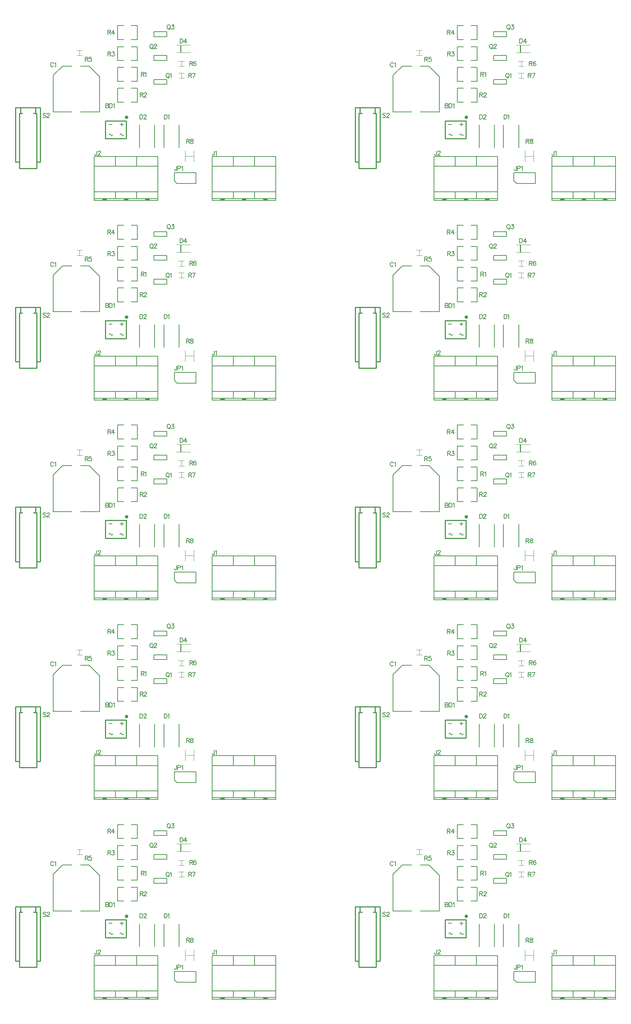
<source format=gto>
G04*
G04 #@! TF.GenerationSoftware,Altium Limited,Altium Designer,19.1.8 (144)*
G04*
G04 Layer_Color=65535*
%FSLAX43Y43*%
%MOMM*%
G71*
G01*
G75*
%ADD28C,0.127*%
%ADD29C,0.400*%
%ADD30C,0.152*%
%ADD31C,0.076*%
%ADD32C,0.100*%
%ADD33C,0.254*%
%ADD34C,0.152*%
%ADD35C,0.200*%
%ADD36C,0.203*%
%ADD37R,1.060X0.400*%
D28*
X23358Y15247D02*
G03*
X23765Y15247I203J0D01*
G01*
X23358Y15234D02*
G03*
X22952Y15234I-203J0D01*
G01*
X25924D02*
G03*
X25517Y15234I-203J0D01*
G01*
X25924Y15247D02*
G03*
X26330Y15247I203J0D01*
G01*
X25527Y17704D02*
X26289D01*
X25908Y17323D02*
Y18085D01*
X22860Y17704D02*
X23622D01*
X103358Y15247D02*
G03*
X103765Y15247I203J0D01*
G01*
X103358Y15234D02*
G03*
X102952Y15234I-203J0D01*
G01*
X105924D02*
G03*
X105517Y15234I-203J0D01*
G01*
X105924Y15247D02*
G03*
X106330Y15247I203J0D01*
G01*
X105527Y17704D02*
X106289D01*
X105908Y17323D02*
Y18085D01*
X102860Y17704D02*
X103622D01*
X23358Y62246D02*
G03*
X23765Y62246I203J0D01*
G01*
X23358Y62234D02*
G03*
X22952Y62234I-203J0D01*
G01*
X25924D02*
G03*
X25517Y62234I-203J0D01*
G01*
X25924Y62246D02*
G03*
X26330Y62246I203J0D01*
G01*
X25527Y64704D02*
X26289D01*
X25908Y64323D02*
Y65085D01*
X22860Y64704D02*
X23622D01*
X103358Y62246D02*
G03*
X103765Y62246I203J0D01*
G01*
X103358Y62234D02*
G03*
X102952Y62234I-203J0D01*
G01*
X105924D02*
G03*
X105517Y62234I-203J0D01*
G01*
X105924Y62246D02*
G03*
X106330Y62246I203J0D01*
G01*
X105527Y64704D02*
X106289D01*
X105908Y64323D02*
Y65085D01*
X102860Y64704D02*
X103622D01*
X23358Y109246D02*
G03*
X23765Y109246I203J0D01*
G01*
X23358Y109234D02*
G03*
X22952Y109234I-203J0D01*
G01*
X25924D02*
G03*
X25517Y109234I-203J0D01*
G01*
X25924Y109246D02*
G03*
X26330Y109246I203J0D01*
G01*
X25527Y111704D02*
X26289D01*
X25908Y111323D02*
Y112085D01*
X22860Y111704D02*
X23622D01*
X103358Y109246D02*
G03*
X103765Y109246I203J0D01*
G01*
X103358Y109234D02*
G03*
X102952Y109234I-203J0D01*
G01*
X105924D02*
G03*
X105517Y109234I-203J0D01*
G01*
X105924Y109246D02*
G03*
X106330Y109246I203J0D01*
G01*
X105527Y111704D02*
X106289D01*
X105908Y111323D02*
Y112085D01*
X102860Y111704D02*
X103622D01*
X23358Y156247D02*
G03*
X23765Y156247I203J0D01*
G01*
X23358Y156234D02*
G03*
X22952Y156234I-203J0D01*
G01*
X25924D02*
G03*
X25517Y156234I-203J0D01*
G01*
X25924Y156247D02*
G03*
X26330Y156247I203J0D01*
G01*
X25527Y158704D02*
X26289D01*
X25908Y158323D02*
Y159085D01*
X22860Y158704D02*
X23622D01*
X103358Y156247D02*
G03*
X103765Y156247I203J0D01*
G01*
X103358Y156234D02*
G03*
X102952Y156234I-203J0D01*
G01*
X105924D02*
G03*
X105517Y156234I-203J0D01*
G01*
X105924Y156247D02*
G03*
X106330Y156247I203J0D01*
G01*
X105527Y158704D02*
X106289D01*
X105908Y158323D02*
Y159085D01*
X102860Y158704D02*
X103622D01*
X23358Y203247D02*
G03*
X23765Y203247I203J0D01*
G01*
X23358Y203234D02*
G03*
X22952Y203234I-203J0D01*
G01*
X25924D02*
G03*
X25517Y203234I-203J0D01*
G01*
X25924Y203247D02*
G03*
X26330Y203247I203J0D01*
G01*
X25527Y205704D02*
X26289D01*
X25908Y205323D02*
Y206085D01*
X22860Y205704D02*
X23622D01*
X103358Y203247D02*
G03*
X103765Y203247I203J0D01*
G01*
X103358Y203234D02*
G03*
X102952Y203234I-203J0D01*
G01*
X105924D02*
G03*
X105517Y203234I-203J0D01*
G01*
X105924Y203247D02*
G03*
X106330Y203247I203J0D01*
G01*
X105527Y205704D02*
X106289D01*
X105908Y205323D02*
Y206085D01*
X102860Y205704D02*
X103622D01*
D29*
X27251Y19355D02*
G03*
X27251Y19355I-200J0D01*
G01*
X107251D02*
G03*
X107251Y19355I-200J0D01*
G01*
X27251Y66355D02*
G03*
X27251Y66355I-200J0D01*
G01*
X107251D02*
G03*
X107251Y66355I-200J0D01*
G01*
X27251Y113355D02*
G03*
X27251Y113355I-200J0D01*
G01*
X107251D02*
G03*
X107251Y113355I-200J0D01*
G01*
X27251Y160355D02*
G03*
X27251Y160355I-200J0D01*
G01*
X107251D02*
G03*
X107251Y160355I-200J0D01*
G01*
X27251Y207355D02*
G03*
X27251Y207355I-200J0D01*
G01*
X107251D02*
G03*
X107251Y207355I-200J0D01*
G01*
D30*
X33490Y33896D02*
X36538D01*
X33490Y32753D02*
Y33896D01*
Y32753D02*
X36538D01*
Y33896D01*
X29420Y10130D02*
X29420Y7830D01*
X19420Y10130D02*
X34420D01*
X29420Y230D02*
Y1830D01*
X19420Y7830D02*
X34420D01*
X19420Y1830D02*
X34420D01*
X19420Y230D02*
X34420D01*
Y-180D02*
Y10130D01*
X19420Y-180D02*
Y10130D01*
Y-180D02*
X34420D01*
X24420Y7830D02*
X24420Y10130D01*
X24420Y230D02*
Y1830D01*
X38270Y6350D02*
X43350D01*
Y3810D02*
Y6350D01*
X38905Y3810D02*
X43350D01*
X38270Y4445D02*
X38905Y3810D01*
X38270Y4445D02*
Y6350D01*
X57200Y10130D02*
X57200Y7830D01*
X47200Y10130D02*
X62200D01*
X57200Y230D02*
Y1830D01*
X47200Y7830D02*
X62200D01*
X47200Y1830D02*
X62200D01*
X47200Y230D02*
X62200D01*
Y-180D02*
Y10130D01*
X47200Y-180D02*
Y10130D01*
Y-180D02*
X62200D01*
X52200Y7830D02*
X52200Y10130D01*
X52200Y230D02*
Y1830D01*
X36538Y27115D02*
Y28257D01*
X33490Y27115D02*
X36538D01*
X33490D02*
Y28257D01*
X36538D01*
Y38341D02*
Y39484D01*
X33490Y38341D02*
X36538D01*
X33490D02*
Y39484D01*
X36538D01*
X24968Y40952D02*
X26403D01*
X24968Y37687D02*
Y40952D01*
Y37687D02*
X26403D01*
X28156Y40952D02*
X29591D01*
Y37687D02*
Y40952D01*
X28156Y37687D02*
X29591D01*
X28137Y32734D02*
X29572D01*
Y35999D01*
X28137D02*
X29572D01*
X24950Y32734D02*
X26385D01*
X24950D02*
Y35999D01*
X26385D01*
X28137Y27831D02*
X29572D01*
Y31097D01*
X28137D02*
X29572D01*
X24950Y27831D02*
X26385D01*
X24950D02*
Y31097D01*
X26385D01*
X24950Y26194D02*
X26385D01*
X24950Y22929D02*
Y26194D01*
Y22929D02*
X26385D01*
X28137Y26194D02*
X29572D01*
Y22929D02*
Y26194D01*
X28137Y22929D02*
X29572D01*
X9779Y29235D02*
X11963Y31420D01*
X9779Y20606D02*
Y29235D01*
X18263Y31420D02*
X20726Y28956D01*
Y20606D02*
Y28956D01*
X113490Y33896D02*
X116538D01*
X113490Y32753D02*
Y33896D01*
Y32753D02*
X116538D01*
Y33896D01*
X109420Y10130D02*
X109420Y7830D01*
X99420Y10130D02*
X114420D01*
X109420Y230D02*
Y1830D01*
X99420Y7830D02*
X114420D01*
X99420Y1830D02*
X114420D01*
X99420Y230D02*
X114420D01*
Y-180D02*
Y10130D01*
X99420Y-180D02*
Y10130D01*
Y-180D02*
X114420D01*
X104420Y7830D02*
X104420Y10130D01*
X104420Y230D02*
Y1830D01*
X118270Y6350D02*
X123350D01*
Y3810D02*
Y6350D01*
X118905Y3810D02*
X123350D01*
X118270Y4445D02*
X118905Y3810D01*
X118270Y4445D02*
Y6350D01*
X137200Y10130D02*
X137200Y7830D01*
X127200Y10130D02*
X142200D01*
X137200Y230D02*
Y1830D01*
X127200Y7830D02*
X142200D01*
X127200Y1830D02*
X142200D01*
X127200Y230D02*
X142200D01*
Y-180D02*
Y10130D01*
X127200Y-180D02*
Y10130D01*
Y-180D02*
X142200D01*
X132200Y7830D02*
X132200Y10130D01*
X132200Y230D02*
Y1830D01*
X116538Y27115D02*
Y28257D01*
X113490Y27115D02*
X116538D01*
X113490D02*
Y28257D01*
X116538D01*
Y38341D02*
Y39484D01*
X113490Y38341D02*
X116538D01*
X113490D02*
Y39484D01*
X116538D01*
X104968Y40952D02*
X106403D01*
X104968Y37687D02*
Y40952D01*
Y37687D02*
X106403D01*
X108156Y40952D02*
X109591D01*
Y37687D02*
Y40952D01*
X108156Y37687D02*
X109591D01*
X108137Y32734D02*
X109572D01*
Y35999D01*
X108137D02*
X109572D01*
X104950Y32734D02*
X106385D01*
X104950D02*
Y35999D01*
X106385D01*
X108137Y27831D02*
X109572D01*
Y31097D01*
X108137D02*
X109572D01*
X104950Y27831D02*
X106385D01*
X104950D02*
Y31097D01*
X106385D01*
X104950Y26194D02*
X106385D01*
X104950Y22929D02*
Y26194D01*
Y22929D02*
X106385D01*
X108137Y26194D02*
X109572D01*
Y22929D02*
Y26194D01*
X108137Y22929D02*
X109572D01*
X89779Y29235D02*
X91963Y31420D01*
X89779Y20606D02*
Y29235D01*
X98263Y31420D02*
X100726Y28956D01*
Y20606D02*
Y28956D01*
X33490Y80896D02*
X36538D01*
X33490Y79753D02*
Y80896D01*
Y79753D02*
X36538D01*
Y80896D01*
X29420Y57130D02*
X29420Y54830D01*
X19420Y57130D02*
X34420D01*
X29420Y47230D02*
Y48830D01*
X19420Y54830D02*
X34420D01*
X19420Y48830D02*
X34420D01*
X19420Y47230D02*
X34420D01*
Y46820D02*
Y57130D01*
X19420Y46820D02*
Y57130D01*
Y46820D02*
X34420D01*
X24420Y54830D02*
X24420Y57130D01*
X24420Y47230D02*
Y48830D01*
X38270Y53350D02*
X43350D01*
Y50810D02*
Y53350D01*
X38905Y50810D02*
X43350D01*
X38270Y51445D02*
X38905Y50810D01*
X38270Y51445D02*
Y53350D01*
X57200Y57130D02*
X57200Y54830D01*
X47200Y57130D02*
X62200D01*
X57200Y47230D02*
Y48830D01*
X47200Y54830D02*
X62200D01*
X47200Y48830D02*
X62200D01*
X47200Y47230D02*
X62200D01*
Y46820D02*
Y57130D01*
X47200Y46820D02*
Y57130D01*
Y46820D02*
X62200D01*
X52200Y54830D02*
X52200Y57130D01*
X52200Y47230D02*
Y48830D01*
X36538Y74115D02*
Y75257D01*
X33490Y74115D02*
X36538D01*
X33490D02*
Y75257D01*
X36538D01*
Y85341D02*
Y86484D01*
X33490Y85341D02*
X36538D01*
X33490D02*
Y86484D01*
X36538D01*
X24968Y87952D02*
X26403D01*
X24968Y84687D02*
Y87952D01*
Y84687D02*
X26403D01*
X28156Y87952D02*
X29591D01*
Y84687D02*
Y87952D01*
X28156Y84687D02*
X29591D01*
X28137Y79734D02*
X29572D01*
Y82999D01*
X28137D02*
X29572D01*
X24950Y79734D02*
X26385D01*
X24950D02*
Y82999D01*
X26385D01*
X28137Y74831D02*
X29572D01*
Y78097D01*
X28137D02*
X29572D01*
X24950Y74831D02*
X26385D01*
X24950D02*
Y78097D01*
X26385D01*
X24950Y73194D02*
X26385D01*
X24950Y69929D02*
Y73194D01*
Y69929D02*
X26385D01*
X28137Y73194D02*
X29572D01*
Y69929D02*
Y73194D01*
X28137Y69929D02*
X29572D01*
X9779Y76235D02*
X11963Y78420D01*
X9779Y67606D02*
Y76235D01*
X18263Y78420D02*
X20726Y75956D01*
Y67606D02*
Y75956D01*
X113490Y80896D02*
X116538D01*
X113490Y79753D02*
Y80896D01*
Y79753D02*
X116538D01*
Y80896D01*
X109420Y57130D02*
X109420Y54830D01*
X99420Y57130D02*
X114420D01*
X109420Y47230D02*
Y48830D01*
X99420Y54830D02*
X114420D01*
X99420Y48830D02*
X114420D01*
X99420Y47230D02*
X114420D01*
Y46820D02*
Y57130D01*
X99420Y46820D02*
Y57130D01*
Y46820D02*
X114420D01*
X104420Y54830D02*
X104420Y57130D01*
X104420Y47230D02*
Y48830D01*
X118270Y53350D02*
X123350D01*
Y50810D02*
Y53350D01*
X118905Y50810D02*
X123350D01*
X118270Y51445D02*
X118905Y50810D01*
X118270Y51445D02*
Y53350D01*
X137200Y57130D02*
X137200Y54830D01*
X127200Y57130D02*
X142200D01*
X137200Y47230D02*
Y48830D01*
X127200Y54830D02*
X142200D01*
X127200Y48830D02*
X142200D01*
X127200Y47230D02*
X142200D01*
Y46820D02*
Y57130D01*
X127200Y46820D02*
Y57130D01*
Y46820D02*
X142200D01*
X132200Y54830D02*
X132200Y57130D01*
X132200Y47230D02*
Y48830D01*
X116538Y74115D02*
Y75257D01*
X113490Y74115D02*
X116538D01*
X113490D02*
Y75257D01*
X116538D01*
Y85341D02*
Y86484D01*
X113490Y85341D02*
X116538D01*
X113490D02*
Y86484D01*
X116538D01*
X104968Y87952D02*
X106403D01*
X104968Y84687D02*
Y87952D01*
Y84687D02*
X106403D01*
X108156Y87952D02*
X109591D01*
Y84687D02*
Y87952D01*
X108156Y84687D02*
X109591D01*
X108137Y79734D02*
X109572D01*
Y82999D01*
X108137D02*
X109572D01*
X104950Y79734D02*
X106385D01*
X104950D02*
Y82999D01*
X106385D01*
X108137Y74831D02*
X109572D01*
Y78097D01*
X108137D02*
X109572D01*
X104950Y74831D02*
X106385D01*
X104950D02*
Y78097D01*
X106385D01*
X104950Y73194D02*
X106385D01*
X104950Y69929D02*
Y73194D01*
Y69929D02*
X106385D01*
X108137Y73194D02*
X109572D01*
Y69929D02*
Y73194D01*
X108137Y69929D02*
X109572D01*
X89779Y76235D02*
X91963Y78420D01*
X89779Y67606D02*
Y76235D01*
X98263Y78420D02*
X100726Y75956D01*
Y67606D02*
Y75956D01*
X33490Y127896D02*
X36538D01*
X33490Y126753D02*
Y127896D01*
Y126753D02*
X36538D01*
Y127896D01*
X29420Y104130D02*
X29420Y101830D01*
X19420Y104130D02*
X34420D01*
X29420Y94230D02*
Y95830D01*
X19420Y101830D02*
X34420D01*
X19420Y95830D02*
X34420D01*
X19420Y94230D02*
X34420D01*
Y93820D02*
Y104130D01*
X19420Y93820D02*
Y104130D01*
Y93820D02*
X34420D01*
X24420Y101830D02*
X24420Y104130D01*
X24420Y94230D02*
Y95830D01*
X38270Y100350D02*
X43350D01*
Y97810D02*
Y100350D01*
X38905Y97810D02*
X43350D01*
X38270Y98445D02*
X38905Y97810D01*
X38270Y98445D02*
Y100350D01*
X57200Y104130D02*
X57200Y101830D01*
X47200Y104130D02*
X62200D01*
X57200Y94230D02*
Y95830D01*
X47200Y101830D02*
X62200D01*
X47200Y95830D02*
X62200D01*
X47200Y94230D02*
X62200D01*
Y93820D02*
Y104130D01*
X47200Y93820D02*
Y104130D01*
Y93820D02*
X62200D01*
X52200Y101830D02*
X52200Y104130D01*
X52200Y94230D02*
Y95830D01*
X36538Y121115D02*
Y122257D01*
X33490Y121115D02*
X36538D01*
X33490D02*
Y122257D01*
X36538D01*
Y132341D02*
Y133484D01*
X33490Y132341D02*
X36538D01*
X33490D02*
Y133484D01*
X36538D01*
X24968Y134952D02*
X26403D01*
X24968Y131687D02*
Y134952D01*
Y131687D02*
X26403D01*
X28156Y134952D02*
X29591D01*
Y131687D02*
Y134952D01*
X28156Y131687D02*
X29591D01*
X28137Y126734D02*
X29572D01*
Y129999D01*
X28137D02*
X29572D01*
X24950Y126734D02*
X26385D01*
X24950D02*
Y129999D01*
X26385D01*
X28137Y121831D02*
X29572D01*
Y125097D01*
X28137D02*
X29572D01*
X24950Y121831D02*
X26385D01*
X24950D02*
Y125097D01*
X26385D01*
X24950Y120194D02*
X26385D01*
X24950Y116929D02*
Y120194D01*
Y116929D02*
X26385D01*
X28137Y120194D02*
X29572D01*
Y116929D02*
Y120194D01*
X28137Y116929D02*
X29572D01*
X9779Y123235D02*
X11963Y125420D01*
X9779Y114606D02*
Y123235D01*
X18263Y125420D02*
X20726Y122956D01*
Y114606D02*
Y122956D01*
X113490Y127896D02*
X116538D01*
X113490Y126753D02*
Y127896D01*
Y126753D02*
X116538D01*
Y127896D01*
X109420Y104130D02*
X109420Y101830D01*
X99420Y104130D02*
X114420D01*
X109420Y94230D02*
Y95830D01*
X99420Y101830D02*
X114420D01*
X99420Y95830D02*
X114420D01*
X99420Y94230D02*
X114420D01*
Y93820D02*
Y104130D01*
X99420Y93820D02*
Y104130D01*
Y93820D02*
X114420D01*
X104420Y101830D02*
X104420Y104130D01*
X104420Y94230D02*
Y95830D01*
X118270Y100350D02*
X123350D01*
Y97810D02*
Y100350D01*
X118905Y97810D02*
X123350D01*
X118270Y98445D02*
X118905Y97810D01*
X118270Y98445D02*
Y100350D01*
X137200Y104130D02*
X137200Y101830D01*
X127200Y104130D02*
X142200D01*
X137200Y94230D02*
Y95830D01*
X127200Y101830D02*
X142200D01*
X127200Y95830D02*
X142200D01*
X127200Y94230D02*
X142200D01*
Y93820D02*
Y104130D01*
X127200Y93820D02*
Y104130D01*
Y93820D02*
X142200D01*
X132200Y101830D02*
X132200Y104130D01*
X132200Y94230D02*
Y95830D01*
X116538Y121115D02*
Y122257D01*
X113490Y121115D02*
X116538D01*
X113490D02*
Y122257D01*
X116538D01*
Y132341D02*
Y133484D01*
X113490Y132341D02*
X116538D01*
X113490D02*
Y133484D01*
X116538D01*
X104968Y134952D02*
X106403D01*
X104968Y131687D02*
Y134952D01*
Y131687D02*
X106403D01*
X108156Y134952D02*
X109591D01*
Y131687D02*
Y134952D01*
X108156Y131687D02*
X109591D01*
X108137Y126734D02*
X109572D01*
Y129999D01*
X108137D02*
X109572D01*
X104950Y126734D02*
X106385D01*
X104950D02*
Y129999D01*
X106385D01*
X108137Y121831D02*
X109572D01*
Y125097D01*
X108137D02*
X109572D01*
X104950Y121831D02*
X106385D01*
X104950D02*
Y125097D01*
X106385D01*
X104950Y120194D02*
X106385D01*
X104950Y116929D02*
Y120194D01*
Y116929D02*
X106385D01*
X108137Y120194D02*
X109572D01*
Y116929D02*
Y120194D01*
X108137Y116929D02*
X109572D01*
X89779Y123235D02*
X91963Y125420D01*
X89779Y114606D02*
Y123235D01*
X98263Y125420D02*
X100726Y122956D01*
Y114606D02*
Y122956D01*
X33490Y174896D02*
X36538D01*
X33490Y173753D02*
Y174896D01*
Y173753D02*
X36538D01*
Y174896D01*
X29420Y151130D02*
X29420Y148830D01*
X19420Y151130D02*
X34420D01*
X29420Y141230D02*
Y142830D01*
X19420Y148830D02*
X34420D01*
X19420Y142830D02*
X34420D01*
X19420Y141230D02*
X34420D01*
Y140820D02*
Y151130D01*
X19420Y140820D02*
Y151130D01*
Y140820D02*
X34420D01*
X24420Y148830D02*
X24420Y151130D01*
X24420Y141230D02*
Y142830D01*
X38270Y147350D02*
X43350D01*
Y144810D02*
Y147350D01*
X38905Y144810D02*
X43350D01*
X38270Y145445D02*
X38905Y144810D01*
X38270Y145445D02*
Y147350D01*
X57200Y151130D02*
X57200Y148830D01*
X47200Y151130D02*
X62200D01*
X57200Y141230D02*
Y142830D01*
X47200Y148830D02*
X62200D01*
X47200Y142830D02*
X62200D01*
X47200Y141230D02*
X62200D01*
Y140820D02*
Y151130D01*
X47200Y140820D02*
Y151130D01*
Y140820D02*
X62200D01*
X52200Y148830D02*
X52200Y151130D01*
X52200Y141230D02*
Y142830D01*
X36538Y168115D02*
Y169258D01*
X33490Y168115D02*
X36538D01*
X33490D02*
Y169258D01*
X36538D01*
Y179341D02*
Y180484D01*
X33490Y179341D02*
X36538D01*
X33490D02*
Y180484D01*
X36538D01*
X24968Y181952D02*
X26403D01*
X24968Y178687D02*
Y181952D01*
Y178687D02*
X26403D01*
X28156Y181952D02*
X29591D01*
Y178687D02*
Y181952D01*
X28156Y178687D02*
X29591D01*
X28137Y173734D02*
X29572D01*
Y176999D01*
X28137D02*
X29572D01*
X24950Y173734D02*
X26385D01*
X24950D02*
Y176999D01*
X26385D01*
X28137Y168831D02*
X29572D01*
Y172097D01*
X28137D02*
X29572D01*
X24950Y168831D02*
X26385D01*
X24950D02*
Y172097D01*
X26385D01*
X24950Y167194D02*
X26385D01*
X24950Y163929D02*
Y167194D01*
Y163929D02*
X26385D01*
X28137Y167194D02*
X29572D01*
Y163929D02*
Y167194D01*
X28137Y163929D02*
X29572D01*
X9779Y170235D02*
X11963Y172420D01*
X9779Y161606D02*
Y170235D01*
X18263Y172420D02*
X20726Y169956D01*
Y161606D02*
Y169956D01*
X113490Y174896D02*
X116538D01*
X113490Y173753D02*
Y174896D01*
Y173753D02*
X116538D01*
Y174896D01*
X109420Y151130D02*
X109420Y148830D01*
X99420Y151130D02*
X114420D01*
X109420Y141230D02*
Y142830D01*
X99420Y148830D02*
X114420D01*
X99420Y142830D02*
X114420D01*
X99420Y141230D02*
X114420D01*
Y140820D02*
Y151130D01*
X99420Y140820D02*
Y151130D01*
Y140820D02*
X114420D01*
X104420Y148830D02*
X104420Y151130D01*
X104420Y141230D02*
Y142830D01*
X118270Y147350D02*
X123350D01*
Y144810D02*
Y147350D01*
X118905Y144810D02*
X123350D01*
X118270Y145445D02*
X118905Y144810D01*
X118270Y145445D02*
Y147350D01*
X137200Y151130D02*
X137200Y148830D01*
X127200Y151130D02*
X142200D01*
X137200Y141230D02*
Y142830D01*
X127200Y148830D02*
X142200D01*
X127200Y142830D02*
X142200D01*
X127200Y141230D02*
X142200D01*
Y140820D02*
Y151130D01*
X127200Y140820D02*
Y151130D01*
Y140820D02*
X142200D01*
X132200Y148830D02*
X132200Y151130D01*
X132200Y141230D02*
Y142830D01*
X116538Y168115D02*
Y169258D01*
X113490Y168115D02*
X116538D01*
X113490D02*
Y169258D01*
X116538D01*
Y179341D02*
Y180484D01*
X113490Y179341D02*
X116538D01*
X113490D02*
Y180484D01*
X116538D01*
X104968Y181952D02*
X106403D01*
X104968Y178687D02*
Y181952D01*
Y178687D02*
X106403D01*
X108156Y181952D02*
X109591D01*
Y178687D02*
Y181952D01*
X108156Y178687D02*
X109591D01*
X108137Y173734D02*
X109572D01*
Y176999D01*
X108137D02*
X109572D01*
X104950Y173734D02*
X106385D01*
X104950D02*
Y176999D01*
X106385D01*
X108137Y168831D02*
X109572D01*
Y172097D01*
X108137D02*
X109572D01*
X104950Y168831D02*
X106385D01*
X104950D02*
Y172097D01*
X106385D01*
X104950Y167194D02*
X106385D01*
X104950Y163929D02*
Y167194D01*
Y163929D02*
X106385D01*
X108137Y167194D02*
X109572D01*
Y163929D02*
Y167194D01*
X108137Y163929D02*
X109572D01*
X89779Y170235D02*
X91963Y172420D01*
X89779Y161606D02*
Y170235D01*
X98263Y172420D02*
X100726Y169956D01*
Y161606D02*
Y169956D01*
X33490Y221896D02*
X36538D01*
X33490Y220753D02*
Y221896D01*
Y220753D02*
X36538D01*
Y221896D01*
X29420Y198130D02*
X29420Y195830D01*
X19420Y198130D02*
X34420D01*
X29420Y188230D02*
Y189830D01*
X19420Y195830D02*
X34420D01*
X19420Y189830D02*
X34420D01*
X19420Y188230D02*
X34420D01*
Y187820D02*
Y198130D01*
X19420Y187820D02*
Y198130D01*
Y187820D02*
X34420D01*
X24420Y195830D02*
X24420Y198130D01*
X24420Y188230D02*
Y189830D01*
X38270Y194350D02*
X43350D01*
Y191810D02*
Y194350D01*
X38905Y191810D02*
X43350D01*
X38270Y192445D02*
X38905Y191810D01*
X38270Y192445D02*
Y194350D01*
X57200Y198130D02*
X57200Y195830D01*
X47200Y198130D02*
X62200D01*
X57200Y188230D02*
Y189830D01*
X47200Y195830D02*
X62200D01*
X47200Y189830D02*
X62200D01*
X47200Y188230D02*
X62200D01*
Y187820D02*
Y198130D01*
X47200Y187820D02*
Y198130D01*
Y187820D02*
X62200D01*
X52200Y195830D02*
X52200Y198130D01*
X52200Y188230D02*
Y189830D01*
X36538Y215115D02*
Y216258D01*
X33490Y215115D02*
X36538D01*
X33490D02*
Y216258D01*
X36538D01*
Y226341D02*
Y227484D01*
X33490Y226341D02*
X36538D01*
X33490D02*
Y227484D01*
X36538D01*
X24968Y228952D02*
X26403D01*
X24968Y225687D02*
Y228952D01*
Y225687D02*
X26403D01*
X28156Y228952D02*
X29591D01*
Y225687D02*
Y228952D01*
X28156Y225687D02*
X29591D01*
X28137Y220734D02*
X29572D01*
Y223999D01*
X28137D02*
X29572D01*
X24950Y220734D02*
X26385D01*
X24950D02*
Y223999D01*
X26385D01*
X28137Y215831D02*
X29572D01*
Y219097D01*
X28137D02*
X29572D01*
X24950Y215831D02*
X26385D01*
X24950D02*
Y219097D01*
X26385D01*
X24950Y214194D02*
X26385D01*
X24950Y210929D02*
Y214194D01*
Y210929D02*
X26385D01*
X28137Y214194D02*
X29572D01*
Y210929D02*
Y214194D01*
X28137Y210929D02*
X29572D01*
X9779Y217235D02*
X11963Y219420D01*
X9779Y208606D02*
Y217235D01*
X18263Y219420D02*
X20726Y216956D01*
Y208606D02*
Y216956D01*
X113490Y221896D02*
X116538D01*
X113490Y220753D02*
Y221896D01*
Y220753D02*
X116538D01*
Y221896D01*
X109420Y198130D02*
X109420Y195830D01*
X99420Y198130D02*
X114420D01*
X109420Y188230D02*
Y189830D01*
X99420Y195830D02*
X114420D01*
X99420Y189830D02*
X114420D01*
X99420Y188230D02*
X114420D01*
Y187820D02*
Y198130D01*
X99420Y187820D02*
Y198130D01*
Y187820D02*
X114420D01*
X104420Y195830D02*
X104420Y198130D01*
X104420Y188230D02*
Y189830D01*
X118270Y194350D02*
X123350D01*
Y191810D02*
Y194350D01*
X118905Y191810D02*
X123350D01*
X118270Y192445D02*
X118905Y191810D01*
X118270Y192445D02*
Y194350D01*
X137200Y198130D02*
X137200Y195830D01*
X127200Y198130D02*
X142200D01*
X137200Y188230D02*
Y189830D01*
X127200Y195830D02*
X142200D01*
X127200Y189830D02*
X142200D01*
X127200Y188230D02*
X142200D01*
Y187820D02*
Y198130D01*
X127200Y187820D02*
Y198130D01*
Y187820D02*
X142200D01*
X132200Y195830D02*
X132200Y198130D01*
X132200Y188230D02*
Y189830D01*
X116538Y215115D02*
Y216258D01*
X113490Y215115D02*
X116538D01*
X113490D02*
Y216258D01*
X116538D01*
Y226341D02*
Y227484D01*
X113490Y226341D02*
X116538D01*
X113490D02*
Y227484D01*
X116538D01*
X104968Y228952D02*
X106403D01*
X104968Y225687D02*
Y228952D01*
Y225687D02*
X106403D01*
X108156Y228952D02*
X109591D01*
Y225687D02*
Y228952D01*
X108156Y225687D02*
X109591D01*
X108137Y220734D02*
X109572D01*
Y223999D01*
X108137D02*
X109572D01*
X104950Y220734D02*
X106385D01*
X104950D02*
Y223999D01*
X106385D01*
X108137Y215831D02*
X109572D01*
Y219097D01*
X108137D02*
X109572D01*
X104950Y215831D02*
X106385D01*
X104950D02*
Y219097D01*
X106385D01*
X104950Y214194D02*
X106385D01*
X104950Y210929D02*
Y214194D01*
Y210929D02*
X106385D01*
X108137Y214194D02*
X109572D01*
Y210929D02*
Y214194D01*
X108137Y210929D02*
X109572D01*
X89779Y217235D02*
X91963Y219420D01*
X89779Y208606D02*
Y217235D01*
X98263Y219420D02*
X100726Y216956D01*
Y208606D02*
Y216956D01*
D31*
X40869Y10211D02*
X41885D01*
X40869D02*
Y11481D01*
Y8941D02*
Y10211D01*
X41885D02*
X42901D01*
Y11481D01*
Y8941D02*
Y10211D01*
X39380Y28610D02*
X40580D01*
X39980D02*
Y29210D01*
Y29810D01*
X39280D02*
X40580D01*
X39380Y31353D02*
X40580D01*
X39980D02*
Y31953D01*
Y32553D01*
X39280D02*
X40580D01*
X15326Y35093D02*
X16526D01*
X15926Y34493D02*
Y35093D01*
Y33893D02*
Y34493D01*
X15326Y33893D02*
X16626D01*
X120869Y10211D02*
X121885D01*
X120869D02*
Y11481D01*
Y8941D02*
Y10211D01*
X121885D02*
X122901D01*
Y11481D01*
Y8941D02*
Y10211D01*
X119380Y28610D02*
X120580D01*
X119980D02*
Y29210D01*
Y29810D01*
X119280D02*
X120580D01*
X119380Y31353D02*
X120580D01*
X119980D02*
Y31953D01*
Y32553D01*
X119280D02*
X120580D01*
X95326Y35093D02*
X96526D01*
X95926Y34493D02*
Y35093D01*
Y33893D02*
Y34493D01*
X95326Y33893D02*
X96626D01*
X40869Y57211D02*
X41885D01*
X40869D02*
Y58481D01*
Y55941D02*
Y57211D01*
X41885D02*
X42901D01*
Y58481D01*
Y55941D02*
Y57211D01*
X39380Y75610D02*
X40580D01*
X39980D02*
Y76210D01*
Y76810D01*
X39280D02*
X40580D01*
X39380Y78353D02*
X40580D01*
X39980D02*
Y78953D01*
Y79553D01*
X39280D02*
X40580D01*
X15326Y82093D02*
X16526D01*
X15926Y81493D02*
Y82093D01*
Y80893D02*
Y81493D01*
X15326Y80893D02*
X16626D01*
X120869Y57211D02*
X121885D01*
X120869D02*
Y58481D01*
Y55941D02*
Y57211D01*
X121885D02*
X122901D01*
Y58481D01*
Y55941D02*
Y57211D01*
X119380Y75610D02*
X120580D01*
X119980D02*
Y76210D01*
Y76810D01*
X119280D02*
X120580D01*
X119380Y78353D02*
X120580D01*
X119980D02*
Y78953D01*
Y79553D01*
X119280D02*
X120580D01*
X95326Y82093D02*
X96526D01*
X95926Y81493D02*
Y82093D01*
Y80893D02*
Y81493D01*
X95326Y80893D02*
X96626D01*
X40869Y104211D02*
X41885D01*
X40869D02*
Y105481D01*
Y102941D02*
Y104211D01*
X41885D02*
X42901D01*
Y105481D01*
Y102941D02*
Y104211D01*
X39380Y122610D02*
X40580D01*
X39980D02*
Y123210D01*
Y123810D01*
X39280D02*
X40580D01*
X39380Y125353D02*
X40580D01*
X39980D02*
Y125953D01*
Y126553D01*
X39280D02*
X40580D01*
X15326Y129093D02*
X16526D01*
X15926Y128493D02*
Y129093D01*
Y127893D02*
Y128493D01*
X15326Y127893D02*
X16626D01*
X120869Y104211D02*
X121885D01*
X120869D02*
Y105481D01*
Y102941D02*
Y104211D01*
X121885D02*
X122901D01*
Y105481D01*
Y102941D02*
Y104211D01*
X119380Y122610D02*
X120580D01*
X119980D02*
Y123210D01*
Y123810D01*
X119280D02*
X120580D01*
X119380Y125353D02*
X120580D01*
X119980D02*
Y125953D01*
Y126553D01*
X119280D02*
X120580D01*
X95326Y129093D02*
X96526D01*
X95926Y128493D02*
Y129093D01*
Y127893D02*
Y128493D01*
X95326Y127893D02*
X96626D01*
X40869Y151211D02*
X41885D01*
X40869D02*
Y152481D01*
Y149941D02*
Y151211D01*
X41885D02*
X42901D01*
Y152481D01*
Y149941D02*
Y151211D01*
X39380Y169610D02*
X40580D01*
X39980D02*
Y170210D01*
Y170810D01*
X39280D02*
X40580D01*
X39380Y172353D02*
X40580D01*
X39980D02*
Y172953D01*
Y173553D01*
X39280D02*
X40580D01*
X15326Y176093D02*
X16526D01*
X15926Y175493D02*
Y176093D01*
Y174893D02*
Y175493D01*
X15326Y174893D02*
X16626D01*
X120869Y151211D02*
X121885D01*
X120869D02*
Y152481D01*
Y149941D02*
Y151211D01*
X121885D02*
X122901D01*
Y152481D01*
Y149941D02*
Y151211D01*
X119380Y169610D02*
X120580D01*
X119980D02*
Y170210D01*
Y170810D01*
X119280D02*
X120580D01*
X119380Y172353D02*
X120580D01*
X119980D02*
Y172953D01*
Y173553D01*
X119280D02*
X120580D01*
X95326Y176093D02*
X96526D01*
X95926Y175493D02*
Y176093D01*
Y174893D02*
Y175493D01*
X95326Y174893D02*
X96626D01*
X40869Y198211D02*
X41885D01*
X40869D02*
Y199481D01*
Y196941D02*
Y198211D01*
X41885D02*
X42901D01*
Y199481D01*
Y196941D02*
Y198211D01*
X39380Y216610D02*
X40580D01*
X39980D02*
Y217210D01*
Y217810D01*
X39280D02*
X40580D01*
X39380Y219353D02*
X40580D01*
X39980D02*
Y219953D01*
Y220553D01*
X39280D02*
X40580D01*
X15326Y223093D02*
X16526D01*
X15926Y222493D02*
Y223093D01*
Y221893D02*
Y222493D01*
X15326Y221893D02*
X16626D01*
X120869Y198211D02*
X121885D01*
X120869D02*
Y199481D01*
Y196941D02*
Y198211D01*
X121885D02*
X122901D01*
Y199481D01*
Y196941D02*
Y198211D01*
X119380Y216610D02*
X120580D01*
X119980D02*
Y217210D01*
Y217810D01*
X119280D02*
X120580D01*
X119380Y219353D02*
X120580D01*
X119980D02*
Y219953D01*
Y220553D01*
X119280D02*
X120580D01*
X95326Y223093D02*
X96526D01*
X95926Y222493D02*
Y223093D01*
Y221893D02*
Y222493D01*
X95326Y221893D02*
X96626D01*
D32*
X39789Y34646D02*
Y36424D01*
X39875Y34646D02*
Y36424D01*
X39700Y34646D02*
Y36424D01*
X38811Y34646D02*
X42113D01*
X38811Y36424D02*
X42113D01*
X119789Y34646D02*
Y36424D01*
X119875Y34646D02*
Y36424D01*
X119700Y34646D02*
Y36424D01*
X118811Y34646D02*
X122113D01*
X118811Y36424D02*
X122113D01*
X39789Y81646D02*
Y83424D01*
X39875Y81646D02*
Y83424D01*
X39700Y81646D02*
Y83424D01*
X38811Y81646D02*
X42113D01*
X38811Y83424D02*
X42113D01*
X119789Y81646D02*
Y83424D01*
X119875Y81646D02*
Y83424D01*
X119700Y81646D02*
Y83424D01*
X118811Y81646D02*
X122113D01*
X118811Y83424D02*
X122113D01*
X39789Y128646D02*
Y130424D01*
X39875Y128646D02*
Y130424D01*
X39700Y128646D02*
Y130424D01*
X38811Y128646D02*
X42113D01*
X38811Y130424D02*
X42113D01*
X119789Y128646D02*
Y130424D01*
X119875Y128646D02*
Y130424D01*
X119700Y128646D02*
Y130424D01*
X118811Y128646D02*
X122113D01*
X118811Y130424D02*
X122113D01*
X39789Y175646D02*
Y177424D01*
X39875Y175646D02*
Y177424D01*
X39700Y175646D02*
Y177424D01*
X38811Y175646D02*
X42113D01*
X38811Y177424D02*
X42113D01*
X119789Y175646D02*
Y177424D01*
X119875Y175646D02*
Y177424D01*
X119700Y175646D02*
Y177424D01*
X118811Y175646D02*
X122113D01*
X118811Y177424D02*
X122113D01*
X39789Y222646D02*
Y224424D01*
X39875Y222646D02*
Y224424D01*
X39700Y222646D02*
Y224424D01*
X38811Y222646D02*
X42113D01*
X38811Y224424D02*
X42113D01*
X119789Y222646D02*
Y224424D01*
X119875Y222646D02*
Y224424D01*
X119700Y222646D02*
Y224424D01*
X118811Y222646D02*
X122113D01*
X118811Y224424D02*
X122113D01*
D33*
X22061Y14334D02*
Y18534D01*
X26961D01*
X22061Y14334D02*
X26961D01*
Y18534D01*
X910Y8840D02*
X1778D01*
X5842D02*
X6710D01*
X5842Y7366D02*
Y20320D01*
X1778Y7366D02*
X5842D01*
X1778D02*
Y20320D01*
X2479D01*
X5141D02*
X5842D01*
X2032D02*
Y21590D01*
X5588Y20320D02*
Y21590D01*
X910Y21640D02*
X6710D01*
X910D02*
X910Y8840D01*
X6710Y21640D02*
X6710Y8840D01*
X102061Y14334D02*
Y18534D01*
X106961D01*
X102061Y14334D02*
X106961D01*
Y18534D01*
X80910Y8840D02*
X81778D01*
X85842D02*
X86710D01*
X85842Y7366D02*
Y20320D01*
X81778Y7366D02*
X85842D01*
X81778D02*
Y20320D01*
X82479D01*
X85141D02*
X85842D01*
X82032D02*
Y21590D01*
X85588Y20320D02*
Y21590D01*
X80910Y21640D02*
X86710D01*
X80910D02*
X80910Y8840D01*
X86710Y21640D02*
X86710Y8840D01*
X22061Y61334D02*
Y65534D01*
X26961D01*
X22061Y61334D02*
X26961D01*
Y65534D01*
X910Y55840D02*
X1778D01*
X5842D02*
X6710D01*
X5842Y54366D02*
Y67320D01*
X1778Y54366D02*
X5842D01*
X1778D02*
Y67320D01*
X2479D01*
X5141D02*
X5842D01*
X2032D02*
Y68590D01*
X5588Y67320D02*
Y68590D01*
X910Y68640D02*
X6710D01*
X910D02*
X910Y55840D01*
X6710Y68640D02*
X6710Y55840D01*
X102061Y61334D02*
Y65534D01*
X106961D01*
X102061Y61334D02*
X106961D01*
Y65534D01*
X80910Y55840D02*
X81778D01*
X85842D02*
X86710D01*
X85842Y54366D02*
Y67320D01*
X81778Y54366D02*
X85842D01*
X81778D02*
Y67320D01*
X82479D01*
X85141D02*
X85842D01*
X82032D02*
Y68590D01*
X85588Y67320D02*
Y68590D01*
X80910Y68640D02*
X86710D01*
X80910D02*
X80910Y55840D01*
X86710Y68640D02*
X86710Y55840D01*
X22061Y108334D02*
Y112534D01*
X26961D01*
X22061Y108334D02*
X26961D01*
Y112534D01*
X910Y102840D02*
X1778D01*
X5842D02*
X6710D01*
X5842Y101366D02*
Y114320D01*
X1778Y101366D02*
X5842D01*
X1778D02*
Y114320D01*
X2479D01*
X5141D02*
X5842D01*
X2032D02*
Y115590D01*
X5588Y114320D02*
Y115590D01*
X910Y115640D02*
X6710D01*
X910D02*
X910Y102840D01*
X6710Y115640D02*
X6710Y102840D01*
X102061Y108334D02*
Y112534D01*
X106961D01*
X102061Y108334D02*
X106961D01*
Y112534D01*
X80910Y102840D02*
X81778D01*
X85842D02*
X86710D01*
X85842Y101366D02*
Y114320D01*
X81778Y101366D02*
X85842D01*
X81778D02*
Y114320D01*
X82479D01*
X85141D02*
X85842D01*
X82032D02*
Y115590D01*
X85588Y114320D02*
Y115590D01*
X80910Y115640D02*
X86710D01*
X80910D02*
X80910Y102840D01*
X86710Y115640D02*
X86710Y102840D01*
X22061Y155334D02*
Y159534D01*
X26961D01*
X22061Y155334D02*
X26961D01*
Y159534D01*
X910Y149840D02*
X1778D01*
X5842D02*
X6710D01*
X5842Y148366D02*
Y161320D01*
X1778Y148366D02*
X5842D01*
X1778D02*
Y161320D01*
X2479D01*
X5141D02*
X5842D01*
X2032D02*
Y162590D01*
X5588Y161320D02*
Y162590D01*
X910Y162640D02*
X6710D01*
X910D02*
X910Y149840D01*
X6710Y162640D02*
X6710Y149840D01*
X102061Y155334D02*
Y159534D01*
X106961D01*
X102061Y155334D02*
X106961D01*
Y159534D01*
X80910Y149840D02*
X81778D01*
X85842D02*
X86710D01*
X85842Y148366D02*
Y161320D01*
X81778Y148366D02*
X85842D01*
X81778D02*
Y161320D01*
X82479D01*
X85141D02*
X85842D01*
X82032D02*
Y162590D01*
X85588Y161320D02*
Y162590D01*
X80910Y162640D02*
X86710D01*
X80910D02*
X80910Y149840D01*
X86710Y162640D02*
X86710Y149840D01*
X22061Y202334D02*
Y206534D01*
X26961D01*
X22061Y202334D02*
X26961D01*
Y206534D01*
X910Y196840D02*
X1778D01*
X5842D02*
X6710D01*
X5842Y195366D02*
Y208320D01*
X1778Y195366D02*
X5842D01*
X1778D02*
Y208320D01*
X2479D01*
X5141D02*
X5842D01*
X2032D02*
Y209590D01*
X5588Y208320D02*
Y209590D01*
X910Y209640D02*
X6710D01*
X910D02*
X910Y196840D01*
X6710Y209640D02*
X6710Y196840D01*
X102061Y202334D02*
Y206534D01*
X106961D01*
X102061Y202334D02*
X106961D01*
Y206534D01*
X80910Y196840D02*
X81778D01*
X85842D02*
X86710D01*
X85842Y195366D02*
Y208320D01*
X81778Y195366D02*
X85842D01*
X81778D02*
Y208320D01*
X82479D01*
X85141D02*
X85842D01*
X82032D02*
Y209590D01*
X85588Y208320D02*
Y209590D01*
X80910Y209640D02*
X86710D01*
X80910D02*
X80910Y196840D01*
X86710Y209640D02*
X86710Y196840D01*
D34*
X16220Y31420D02*
X18263D01*
X11963D02*
X14209D01*
X9779Y20606D02*
X14209D01*
X16220D02*
X20726D01*
X96220Y31420D02*
X98263D01*
X91963D02*
X94209D01*
X89779Y20606D02*
X94209D01*
X96220D02*
X100726D01*
X16220Y78420D02*
X18263D01*
X11963D02*
X14209D01*
X9779Y67606D02*
X14209D01*
X16220D02*
X20726D01*
X96220Y78420D02*
X98263D01*
X91963D02*
X94209D01*
X89779Y67606D02*
X94209D01*
X96220D02*
X100726D01*
X16220Y125420D02*
X18263D01*
X11963D02*
X14209D01*
X9779Y114606D02*
X14209D01*
X16220D02*
X20726D01*
X96220Y125420D02*
X98263D01*
X91963D02*
X94209D01*
X89779Y114606D02*
X94209D01*
X96220D02*
X100726D01*
X16220Y172420D02*
X18263D01*
X11963D02*
X14209D01*
X9779Y161606D02*
X14209D01*
X16220D02*
X20726D01*
X96220Y172420D02*
X98263D01*
X91963D02*
X94209D01*
X89779Y161606D02*
X94209D01*
X96220D02*
X100726D01*
X16220Y219420D02*
X18263D01*
X11963D02*
X14209D01*
X9779Y208606D02*
X14209D01*
X16220D02*
X20726D01*
X96220Y219420D02*
X98263D01*
X91963D02*
X94209D01*
X89779Y208606D02*
X94209D01*
X96220D02*
X100726D01*
D35*
X33689Y12235D02*
Y17585D01*
X30065Y12235D02*
Y17585D01*
X39435Y12235D02*
Y17585D01*
X35811Y12235D02*
Y17585D01*
X113689Y12235D02*
Y17585D01*
X110065Y12235D02*
Y17585D01*
X119435Y12235D02*
Y17585D01*
X115811Y12235D02*
Y17585D01*
X33689Y59235D02*
Y64585D01*
X30065Y59235D02*
Y64585D01*
X39435Y59235D02*
Y64585D01*
X35811Y59235D02*
Y64585D01*
X113689Y59235D02*
Y64585D01*
X110065Y59235D02*
Y64585D01*
X119435Y59235D02*
Y64585D01*
X115811Y59235D02*
Y64585D01*
X33689Y106235D02*
Y111585D01*
X30065Y106235D02*
Y111585D01*
X39435Y106235D02*
Y111585D01*
X35811Y106235D02*
Y111585D01*
X113689Y106235D02*
Y111585D01*
X110065Y106235D02*
Y111585D01*
X119435Y106235D02*
Y111585D01*
X115811Y106235D02*
Y111585D01*
X33689Y153235D02*
Y158585D01*
X30065Y153235D02*
Y158585D01*
X39435Y153235D02*
Y158585D01*
X35811Y153235D02*
Y158585D01*
X113689Y153235D02*
Y158585D01*
X110065Y153235D02*
Y158585D01*
X119435Y153235D02*
Y158585D01*
X115811Y153235D02*
Y158585D01*
X33689Y200235D02*
Y205585D01*
X30065Y200235D02*
Y205585D01*
X39435Y200235D02*
Y205585D01*
X35811Y200235D02*
Y205585D01*
X113689Y200235D02*
Y205585D01*
X110065Y200235D02*
Y205585D01*
X119435Y200235D02*
Y205585D01*
X115811Y200235D02*
Y205585D01*
D36*
X32802Y36576D02*
X32705Y36527D01*
X32609Y36431D01*
X32560Y36334D01*
X32512Y36189D01*
Y35947D01*
X32560Y35802D01*
X32609Y35705D01*
X32705Y35608D01*
X32802Y35560D01*
X32996D01*
X33092Y35608D01*
X33189Y35705D01*
X33238Y35802D01*
X33286Y35947D01*
Y36189D01*
X33238Y36334D01*
X33189Y36431D01*
X33092Y36527D01*
X32996Y36576D01*
X32802D01*
X32947Y35753D02*
X33238Y35463D01*
X33571Y36334D02*
Y36382D01*
X33620Y36479D01*
X33668Y36527D01*
X33765Y36576D01*
X33958D01*
X34055Y36527D01*
X34103Y36479D01*
X34152Y36382D01*
Y36286D01*
X34103Y36189D01*
X34007Y36044D01*
X33523Y35560D01*
X34200D01*
X38838Y7874D02*
Y7100D01*
X38789Y6955D01*
X38741Y6906D01*
X38644Y6858D01*
X38547D01*
X38451Y6906D01*
X38402Y6955D01*
X38354Y7100D01*
Y7197D01*
X39099Y7342D02*
X39534D01*
X39679Y7390D01*
X39728Y7438D01*
X39776Y7535D01*
Y7680D01*
X39728Y7777D01*
X39679Y7825D01*
X39534Y7874D01*
X39099D01*
Y6858D01*
X40003Y7680D02*
X40100Y7729D01*
X40245Y7874D01*
Y6858D01*
X8043Y20175D02*
X7946Y20271D01*
X7801Y20320D01*
X7608D01*
X7463Y20271D01*
X7366Y20175D01*
Y20078D01*
X7414Y19981D01*
X7463Y19933D01*
X7559Y19884D01*
X7850Y19788D01*
X7946Y19739D01*
X7995Y19691D01*
X8043Y19594D01*
Y19449D01*
X7946Y19352D01*
X7801Y19304D01*
X7608D01*
X7463Y19352D01*
X7366Y19449D01*
X8319Y20078D02*
Y20126D01*
X8367Y20223D01*
X8416Y20271D01*
X8512Y20320D01*
X8706D01*
X8803Y20271D01*
X8851Y20223D01*
X8899Y20126D01*
Y20030D01*
X8851Y19933D01*
X8754Y19788D01*
X8271Y19304D01*
X8948D01*
X41148Y14224D02*
Y13208D01*
Y14224D02*
X41583D01*
X41728Y14175D01*
X41777Y14127D01*
X41825Y14030D01*
Y13934D01*
X41777Y13837D01*
X41728Y13788D01*
X41583Y13740D01*
X41148D01*
X41487D02*
X41825Y13208D01*
X42294Y14224D02*
X42149Y14175D01*
X42101Y14079D01*
Y13982D01*
X42149Y13885D01*
X42246Y13837D01*
X42439Y13788D01*
X42585Y13740D01*
X42681Y13643D01*
X42730Y13547D01*
Y13401D01*
X42681Y13305D01*
X42633Y13256D01*
X42488Y13208D01*
X42294D01*
X42149Y13256D01*
X42101Y13305D01*
X42053Y13401D01*
Y13547D01*
X42101Y13643D01*
X42198Y13740D01*
X42343Y13788D01*
X42536Y13837D01*
X42633Y13885D01*
X42681Y13982D01*
Y14079D01*
X42633Y14175D01*
X42488Y14224D01*
X42294D01*
X41656Y29718D02*
Y28702D01*
Y29718D02*
X42091D01*
X42236Y29669D01*
X42285Y29621D01*
X42333Y29524D01*
Y29428D01*
X42285Y29331D01*
X42236Y29282D01*
X42091Y29234D01*
X41656D01*
X41995D02*
X42333Y28702D01*
X43238Y29718D02*
X42754Y28702D01*
X42561Y29718D02*
X43238D01*
X41910Y32512D02*
Y31496D01*
Y32512D02*
X42345D01*
X42490Y32463D01*
X42539Y32415D01*
X42587Y32318D01*
Y32222D01*
X42539Y32125D01*
X42490Y32076D01*
X42345Y32028D01*
X41910D01*
X42249D02*
X42587Y31496D01*
X43395Y32367D02*
X43347Y32463D01*
X43201Y32512D01*
X43105D01*
X42960Y32463D01*
X42863Y32318D01*
X42815Y32076D01*
Y31835D01*
X42863Y31641D01*
X42960Y31544D01*
X43105Y31496D01*
X43153D01*
X43298Y31544D01*
X43395Y31641D01*
X43443Y31786D01*
Y31835D01*
X43395Y31980D01*
X43298Y32076D01*
X43153Y32125D01*
X43105D01*
X42960Y32076D01*
X42863Y31980D01*
X42815Y31835D01*
X17272Y33528D02*
Y32512D01*
Y33528D02*
X17707D01*
X17852Y33479D01*
X17901Y33431D01*
X17949Y33334D01*
Y33238D01*
X17901Y33141D01*
X17852Y33092D01*
X17707Y33044D01*
X17272D01*
X17611D02*
X17949Y32512D01*
X18757Y33528D02*
X18273D01*
X18225Y33092D01*
X18273Y33141D01*
X18418Y33189D01*
X18563D01*
X18709Y33141D01*
X18805Y33044D01*
X18854Y32899D01*
Y32802D01*
X18805Y32657D01*
X18709Y32560D01*
X18563Y32512D01*
X18418D01*
X18273Y32560D01*
X18225Y32609D01*
X18177Y32705D01*
X22606Y39878D02*
Y38862D01*
Y39878D02*
X23041D01*
X23186Y39829D01*
X23235Y39781D01*
X23283Y39684D01*
Y39588D01*
X23235Y39491D01*
X23186Y39442D01*
X23041Y39394D01*
X22606D01*
X22945D02*
X23283Y38862D01*
X23994Y39878D02*
X23511Y39201D01*
X24236D01*
X23994Y39878D02*
Y38862D01*
X22630Y34798D02*
Y33782D01*
Y34798D02*
X23066D01*
X23211Y34749D01*
X23259Y34701D01*
X23307Y34604D01*
Y34508D01*
X23259Y34411D01*
X23211Y34362D01*
X23066Y34314D01*
X22630D01*
X22969D02*
X23307Y33782D01*
X23631Y34798D02*
X24164D01*
X23873Y34411D01*
X24018D01*
X24115Y34362D01*
X24164Y34314D01*
X24212Y34169D01*
Y34072D01*
X24164Y33927D01*
X24067Y33830D01*
X23922Y33782D01*
X23777D01*
X23631Y33830D01*
X23583Y33879D01*
X23535Y33975D01*
X30226Y25146D02*
Y24130D01*
Y25146D02*
X30661D01*
X30806Y25097D01*
X30855Y25049D01*
X30903Y24952D01*
Y24856D01*
X30855Y24759D01*
X30806Y24710D01*
X30661Y24662D01*
X30226D01*
X30565D02*
X30903Y24130D01*
X31179Y24904D02*
Y24952D01*
X31227Y25049D01*
X31276Y25097D01*
X31372Y25146D01*
X31566D01*
X31663Y25097D01*
X31711Y25049D01*
X31759Y24952D01*
Y24856D01*
X31711Y24759D01*
X31614Y24614D01*
X31131Y24130D01*
X31808D01*
X30480Y29972D02*
Y28956D01*
Y29972D02*
X30915D01*
X31060Y29923D01*
X31109Y29875D01*
X31157Y29778D01*
Y29682D01*
X31109Y29585D01*
X31060Y29536D01*
X30915Y29488D01*
X30480D01*
X30819D02*
X31157Y28956D01*
X31385Y29778D02*
X31481Y29827D01*
X31626Y29972D01*
Y28956D01*
X36866Y41148D02*
X36769Y41099D01*
X36673Y41003D01*
X36624Y40906D01*
X36576Y40761D01*
Y40519D01*
X36624Y40374D01*
X36673Y40277D01*
X36769Y40180D01*
X36866Y40132D01*
X37060D01*
X37156Y40180D01*
X37253Y40277D01*
X37302Y40374D01*
X37350Y40519D01*
Y40761D01*
X37302Y40906D01*
X37253Y41003D01*
X37156Y41099D01*
X37060Y41148D01*
X36866D01*
X37011Y40325D02*
X37302Y40035D01*
X37684Y41148D02*
X38216D01*
X37926Y40761D01*
X38071D01*
X38167Y40712D01*
X38216Y40664D01*
X38264Y40519D01*
Y40422D01*
X38216Y40277D01*
X38119Y40180D01*
X37974Y40132D01*
X37829D01*
X37684Y40180D01*
X37635Y40229D01*
X37587Y40325D01*
X36612Y29718D02*
X36515Y29669D01*
X36419Y29573D01*
X36370Y29476D01*
X36322Y29331D01*
Y29089D01*
X36370Y28944D01*
X36419Y28847D01*
X36515Y28750D01*
X36612Y28702D01*
X36806D01*
X36902Y28750D01*
X36999Y28847D01*
X37048Y28944D01*
X37096Y29089D01*
Y29331D01*
X37048Y29476D01*
X36999Y29573D01*
X36902Y29669D01*
X36806Y29718D01*
X36612D01*
X36757Y28895D02*
X37048Y28605D01*
X37333Y29524D02*
X37430Y29573D01*
X37575Y29718D01*
Y28702D01*
X20042Y11430D02*
Y10656D01*
X19993Y10511D01*
X19945Y10462D01*
X19848Y10414D01*
X19751D01*
X19655Y10462D01*
X19606Y10511D01*
X19558Y10656D01*
Y10753D01*
X20351Y11188D02*
Y11236D01*
X20400Y11333D01*
X20448Y11381D01*
X20545Y11430D01*
X20738D01*
X20835Y11381D01*
X20883Y11333D01*
X20932Y11236D01*
Y11140D01*
X20883Y11043D01*
X20787Y10898D01*
X20303Y10414D01*
X20980D01*
X47728Y11430D02*
Y10656D01*
X47679Y10511D01*
X47631Y10462D01*
X47534Y10414D01*
X47437D01*
X47341Y10462D01*
X47292Y10511D01*
X47244Y10656D01*
Y10753D01*
X47989Y11236D02*
X48086Y11285D01*
X48231Y11430D01*
Y10414D01*
X39624Y37846D02*
Y36830D01*
Y37846D02*
X39963D01*
X40108Y37797D01*
X40204Y37701D01*
X40253Y37604D01*
X40301Y37459D01*
Y37217D01*
X40253Y37072D01*
X40204Y36975D01*
X40108Y36878D01*
X39963Y36830D01*
X39624D01*
X41012Y37846D02*
X40529Y37169D01*
X41254D01*
X41012Y37846D02*
Y36830D01*
X30170Y19990D02*
Y18974D01*
Y19990D02*
X30508D01*
X30653Y19941D01*
X30750Y19844D01*
X30798Y19748D01*
X30847Y19603D01*
Y19361D01*
X30798Y19216D01*
X30750Y19119D01*
X30653Y19022D01*
X30508Y18974D01*
X30170D01*
X31122Y19748D02*
Y19796D01*
X31171Y19893D01*
X31219Y19941D01*
X31316Y19990D01*
X31509D01*
X31606Y19941D01*
X31655Y19893D01*
X31703Y19796D01*
Y19699D01*
X31655Y19603D01*
X31558Y19458D01*
X31074Y18974D01*
X31751D01*
X35910Y19990D02*
Y18974D01*
Y19990D02*
X36249D01*
X36394Y19941D01*
X36490Y19844D01*
X36539Y19748D01*
X36587Y19603D01*
Y19361D01*
X36539Y19216D01*
X36490Y19119D01*
X36394Y19022D01*
X36249Y18974D01*
X35910D01*
X36815Y19796D02*
X36911Y19844D01*
X37056Y19990D01*
Y18974D01*
X9870Y32016D02*
X9821Y32113D01*
X9724Y32209D01*
X9628Y32258D01*
X9434D01*
X9337Y32209D01*
X9241Y32113D01*
X9192Y32016D01*
X9144Y31871D01*
Y31629D01*
X9192Y31484D01*
X9241Y31387D01*
X9337Y31290D01*
X9434Y31242D01*
X9628D01*
X9724Y31290D01*
X9821Y31387D01*
X9870Y31484D01*
X10155Y32064D02*
X10252Y32113D01*
X10397Y32258D01*
Y31242D01*
X22098Y22606D02*
Y21590D01*
Y22606D02*
X22533D01*
X22678Y22557D01*
X22727Y22509D01*
X22775Y22412D01*
Y22316D01*
X22727Y22219D01*
X22678Y22170D01*
X22533Y22122D01*
X22098D02*
X22533D01*
X22678Y22074D01*
X22727Y22025D01*
X22775Y21929D01*
Y21783D01*
X22727Y21687D01*
X22678Y21638D01*
X22533Y21590D01*
X22098D01*
X23003Y22606D02*
Y21590D01*
Y22606D02*
X23341D01*
X23486Y22557D01*
X23583Y22461D01*
X23631Y22364D01*
X23680Y22219D01*
Y21977D01*
X23631Y21832D01*
X23583Y21735D01*
X23486Y21638D01*
X23341Y21590D01*
X23003D01*
X23907Y22412D02*
X24004Y22461D01*
X24149Y22606D01*
Y21590D01*
X112802Y36576D02*
X112705Y36527D01*
X112609Y36431D01*
X112560Y36334D01*
X112512Y36189D01*
Y35947D01*
X112560Y35802D01*
X112609Y35705D01*
X112705Y35608D01*
X112802Y35560D01*
X112996D01*
X113092Y35608D01*
X113189Y35705D01*
X113238Y35802D01*
X113286Y35947D01*
Y36189D01*
X113238Y36334D01*
X113189Y36431D01*
X113092Y36527D01*
X112996Y36576D01*
X112802D01*
X112947Y35753D02*
X113238Y35463D01*
X113571Y36334D02*
Y36382D01*
X113620Y36479D01*
X113668Y36527D01*
X113765Y36576D01*
X113958D01*
X114055Y36527D01*
X114103Y36479D01*
X114152Y36382D01*
Y36286D01*
X114103Y36189D01*
X114007Y36044D01*
X113523Y35560D01*
X114200D01*
X118838Y7874D02*
Y7100D01*
X118789Y6955D01*
X118741Y6906D01*
X118644Y6858D01*
X118547D01*
X118451Y6906D01*
X118402Y6955D01*
X118354Y7100D01*
Y7197D01*
X119099Y7342D02*
X119534D01*
X119679Y7390D01*
X119728Y7438D01*
X119776Y7535D01*
Y7680D01*
X119728Y7777D01*
X119679Y7825D01*
X119534Y7874D01*
X119099D01*
Y6858D01*
X120003Y7680D02*
X120100Y7729D01*
X120245Y7874D01*
Y6858D01*
X88043Y20175D02*
X87946Y20271D01*
X87801Y20320D01*
X87608D01*
X87463Y20271D01*
X87366Y20175D01*
Y20078D01*
X87414Y19981D01*
X87463Y19933D01*
X87559Y19884D01*
X87850Y19788D01*
X87946Y19739D01*
X87995Y19691D01*
X88043Y19594D01*
Y19449D01*
X87946Y19352D01*
X87801Y19304D01*
X87608D01*
X87463Y19352D01*
X87366Y19449D01*
X88319Y20078D02*
Y20126D01*
X88367Y20223D01*
X88416Y20271D01*
X88512Y20320D01*
X88706D01*
X88803Y20271D01*
X88851Y20223D01*
X88899Y20126D01*
Y20030D01*
X88851Y19933D01*
X88754Y19788D01*
X88271Y19304D01*
X88948D01*
X121148Y14224D02*
Y13208D01*
Y14224D02*
X121583D01*
X121728Y14175D01*
X121777Y14127D01*
X121825Y14030D01*
Y13934D01*
X121777Y13837D01*
X121728Y13788D01*
X121583Y13740D01*
X121148D01*
X121487D02*
X121825Y13208D01*
X122294Y14224D02*
X122149Y14175D01*
X122101Y14079D01*
Y13982D01*
X122149Y13885D01*
X122246Y13837D01*
X122439Y13788D01*
X122585Y13740D01*
X122681Y13643D01*
X122730Y13547D01*
Y13401D01*
X122681Y13305D01*
X122633Y13256D01*
X122488Y13208D01*
X122294D01*
X122149Y13256D01*
X122101Y13305D01*
X122053Y13401D01*
Y13547D01*
X122101Y13643D01*
X122198Y13740D01*
X122343Y13788D01*
X122536Y13837D01*
X122633Y13885D01*
X122681Y13982D01*
Y14079D01*
X122633Y14175D01*
X122488Y14224D01*
X122294D01*
X121656Y29718D02*
Y28702D01*
Y29718D02*
X122091D01*
X122236Y29669D01*
X122285Y29621D01*
X122333Y29524D01*
Y29428D01*
X122285Y29331D01*
X122236Y29282D01*
X122091Y29234D01*
X121656D01*
X121995D02*
X122333Y28702D01*
X123238Y29718D02*
X122754Y28702D01*
X122561Y29718D02*
X123238D01*
X121910Y32512D02*
Y31496D01*
Y32512D02*
X122345D01*
X122490Y32463D01*
X122539Y32415D01*
X122587Y32318D01*
Y32222D01*
X122539Y32125D01*
X122490Y32076D01*
X122345Y32028D01*
X121910D01*
X122249D02*
X122587Y31496D01*
X123395Y32367D02*
X123347Y32463D01*
X123201Y32512D01*
X123105D01*
X122960Y32463D01*
X122863Y32318D01*
X122815Y32076D01*
Y31835D01*
X122863Y31641D01*
X122960Y31544D01*
X123105Y31496D01*
X123153D01*
X123298Y31544D01*
X123395Y31641D01*
X123443Y31786D01*
Y31835D01*
X123395Y31980D01*
X123298Y32076D01*
X123153Y32125D01*
X123105D01*
X122960Y32076D01*
X122863Y31980D01*
X122815Y31835D01*
X97272Y33528D02*
Y32512D01*
Y33528D02*
X97707D01*
X97852Y33479D01*
X97901Y33431D01*
X97949Y33334D01*
Y33238D01*
X97901Y33141D01*
X97852Y33092D01*
X97707Y33044D01*
X97272D01*
X97611D02*
X97949Y32512D01*
X98757Y33528D02*
X98273D01*
X98225Y33092D01*
X98273Y33141D01*
X98418Y33189D01*
X98563D01*
X98709Y33141D01*
X98805Y33044D01*
X98854Y32899D01*
Y32802D01*
X98805Y32657D01*
X98709Y32560D01*
X98563Y32512D01*
X98418D01*
X98273Y32560D01*
X98225Y32609D01*
X98177Y32705D01*
X102606Y39878D02*
Y38862D01*
Y39878D02*
X103041D01*
X103186Y39829D01*
X103235Y39781D01*
X103283Y39684D01*
Y39588D01*
X103235Y39491D01*
X103186Y39442D01*
X103041Y39394D01*
X102606D01*
X102945D02*
X103283Y38862D01*
X103994Y39878D02*
X103511Y39201D01*
X104236D01*
X103994Y39878D02*
Y38862D01*
X102630Y34798D02*
Y33782D01*
Y34798D02*
X103066D01*
X103211Y34749D01*
X103259Y34701D01*
X103307Y34604D01*
Y34508D01*
X103259Y34411D01*
X103211Y34362D01*
X103066Y34314D01*
X102630D01*
X102969D02*
X103307Y33782D01*
X103631Y34798D02*
X104164D01*
X103873Y34411D01*
X104018D01*
X104115Y34362D01*
X104164Y34314D01*
X104212Y34169D01*
Y34072D01*
X104164Y33927D01*
X104067Y33830D01*
X103922Y33782D01*
X103777D01*
X103631Y33830D01*
X103583Y33879D01*
X103535Y33975D01*
X110226Y25146D02*
Y24130D01*
Y25146D02*
X110661D01*
X110806Y25097D01*
X110855Y25049D01*
X110903Y24952D01*
Y24856D01*
X110855Y24759D01*
X110806Y24710D01*
X110661Y24662D01*
X110226D01*
X110565D02*
X110903Y24130D01*
X111179Y24904D02*
Y24952D01*
X111227Y25049D01*
X111276Y25097D01*
X111372Y25146D01*
X111566D01*
X111663Y25097D01*
X111711Y25049D01*
X111759Y24952D01*
Y24856D01*
X111711Y24759D01*
X111614Y24614D01*
X111131Y24130D01*
X111808D01*
X110480Y29972D02*
Y28956D01*
Y29972D02*
X110915D01*
X111060Y29923D01*
X111109Y29875D01*
X111157Y29778D01*
Y29682D01*
X111109Y29585D01*
X111060Y29536D01*
X110915Y29488D01*
X110480D01*
X110819D02*
X111157Y28956D01*
X111385Y29778D02*
X111481Y29827D01*
X111626Y29972D01*
Y28956D01*
X116866Y41148D02*
X116769Y41099D01*
X116673Y41003D01*
X116624Y40906D01*
X116576Y40761D01*
Y40519D01*
X116624Y40374D01*
X116673Y40277D01*
X116769Y40180D01*
X116866Y40132D01*
X117060D01*
X117156Y40180D01*
X117253Y40277D01*
X117302Y40374D01*
X117350Y40519D01*
Y40761D01*
X117302Y40906D01*
X117253Y41003D01*
X117156Y41099D01*
X117060Y41148D01*
X116866D01*
X117011Y40325D02*
X117302Y40035D01*
X117684Y41148D02*
X118216D01*
X117926Y40761D01*
X118071D01*
X118167Y40712D01*
X118216Y40664D01*
X118264Y40519D01*
Y40422D01*
X118216Y40277D01*
X118119Y40180D01*
X117974Y40132D01*
X117829D01*
X117684Y40180D01*
X117635Y40229D01*
X117587Y40325D01*
X116612Y29718D02*
X116515Y29669D01*
X116419Y29573D01*
X116370Y29476D01*
X116322Y29331D01*
Y29089D01*
X116370Y28944D01*
X116419Y28847D01*
X116515Y28750D01*
X116612Y28702D01*
X116806D01*
X116902Y28750D01*
X116999Y28847D01*
X117048Y28944D01*
X117096Y29089D01*
Y29331D01*
X117048Y29476D01*
X116999Y29573D01*
X116902Y29669D01*
X116806Y29718D01*
X116612D01*
X116757Y28895D02*
X117048Y28605D01*
X117333Y29524D02*
X117430Y29573D01*
X117575Y29718D01*
Y28702D01*
X100042Y11430D02*
Y10656D01*
X99993Y10511D01*
X99945Y10462D01*
X99848Y10414D01*
X99751D01*
X99655Y10462D01*
X99606Y10511D01*
X99558Y10656D01*
Y10753D01*
X100351Y11188D02*
Y11236D01*
X100400Y11333D01*
X100448Y11381D01*
X100545Y11430D01*
X100738D01*
X100835Y11381D01*
X100883Y11333D01*
X100932Y11236D01*
Y11140D01*
X100883Y11043D01*
X100787Y10898D01*
X100303Y10414D01*
X100980D01*
X127728Y11430D02*
Y10656D01*
X127679Y10511D01*
X127631Y10462D01*
X127534Y10414D01*
X127437D01*
X127341Y10462D01*
X127292Y10511D01*
X127244Y10656D01*
Y10753D01*
X127989Y11236D02*
X128086Y11285D01*
X128231Y11430D01*
Y10414D01*
X119624Y37846D02*
Y36830D01*
Y37846D02*
X119963D01*
X120108Y37797D01*
X120204Y37701D01*
X120253Y37604D01*
X120301Y37459D01*
Y37217D01*
X120253Y37072D01*
X120204Y36975D01*
X120108Y36878D01*
X119963Y36830D01*
X119624D01*
X121012Y37846D02*
X120529Y37169D01*
X121254D01*
X121012Y37846D02*
Y36830D01*
X110170Y19990D02*
Y18974D01*
Y19990D02*
X110508D01*
X110653Y19941D01*
X110750Y19844D01*
X110798Y19748D01*
X110847Y19603D01*
Y19361D01*
X110798Y19216D01*
X110750Y19119D01*
X110653Y19022D01*
X110508Y18974D01*
X110170D01*
X111122Y19748D02*
Y19796D01*
X111171Y19893D01*
X111219Y19941D01*
X111316Y19990D01*
X111509D01*
X111606Y19941D01*
X111655Y19893D01*
X111703Y19796D01*
Y19699D01*
X111655Y19603D01*
X111558Y19458D01*
X111074Y18974D01*
X111751D01*
X115910Y19990D02*
Y18974D01*
Y19990D02*
X116249D01*
X116394Y19941D01*
X116490Y19844D01*
X116539Y19748D01*
X116587Y19603D01*
Y19361D01*
X116539Y19216D01*
X116490Y19119D01*
X116394Y19022D01*
X116249Y18974D01*
X115910D01*
X116815Y19796D02*
X116911Y19844D01*
X117056Y19990D01*
Y18974D01*
X89870Y32016D02*
X89821Y32113D01*
X89724Y32209D01*
X89628Y32258D01*
X89434D01*
X89337Y32209D01*
X89241Y32113D01*
X89192Y32016D01*
X89144Y31871D01*
Y31629D01*
X89192Y31484D01*
X89241Y31387D01*
X89337Y31290D01*
X89434Y31242D01*
X89628D01*
X89724Y31290D01*
X89821Y31387D01*
X89870Y31484D01*
X90155Y32064D02*
X90252Y32113D01*
X90397Y32258D01*
Y31242D01*
X102098Y22606D02*
Y21590D01*
Y22606D02*
X102533D01*
X102678Y22557D01*
X102727Y22509D01*
X102775Y22412D01*
Y22316D01*
X102727Y22219D01*
X102678Y22170D01*
X102533Y22122D01*
X102098D02*
X102533D01*
X102678Y22074D01*
X102727Y22025D01*
X102775Y21929D01*
Y21783D01*
X102727Y21687D01*
X102678Y21638D01*
X102533Y21590D01*
X102098D01*
X103003Y22606D02*
Y21590D01*
Y22606D02*
X103341D01*
X103486Y22557D01*
X103583Y22461D01*
X103631Y22364D01*
X103680Y22219D01*
Y21977D01*
X103631Y21832D01*
X103583Y21735D01*
X103486Y21638D01*
X103341Y21590D01*
X103003D01*
X103907Y22412D02*
X104004Y22461D01*
X104149Y22606D01*
Y21590D01*
X32802Y83576D02*
X32705Y83527D01*
X32609Y83431D01*
X32560Y83334D01*
X32512Y83189D01*
Y82947D01*
X32560Y82802D01*
X32609Y82705D01*
X32705Y82608D01*
X32802Y82560D01*
X32996D01*
X33092Y82608D01*
X33189Y82705D01*
X33238Y82802D01*
X33286Y82947D01*
Y83189D01*
X33238Y83334D01*
X33189Y83431D01*
X33092Y83527D01*
X32996Y83576D01*
X32802D01*
X32947Y82753D02*
X33238Y82463D01*
X33571Y83334D02*
Y83382D01*
X33620Y83479D01*
X33668Y83527D01*
X33765Y83576D01*
X33958D01*
X34055Y83527D01*
X34103Y83479D01*
X34152Y83382D01*
Y83286D01*
X34103Y83189D01*
X34007Y83044D01*
X33523Y82560D01*
X34200D01*
X38838Y54874D02*
Y54100D01*
X38789Y53955D01*
X38741Y53906D01*
X38644Y53858D01*
X38547D01*
X38451Y53906D01*
X38402Y53955D01*
X38354Y54100D01*
Y54197D01*
X39099Y54342D02*
X39534D01*
X39679Y54390D01*
X39728Y54438D01*
X39776Y54535D01*
Y54680D01*
X39728Y54777D01*
X39679Y54825D01*
X39534Y54874D01*
X39099D01*
Y53858D01*
X40003Y54680D02*
X40100Y54729D01*
X40245Y54874D01*
Y53858D01*
X8043Y67175D02*
X7946Y67271D01*
X7801Y67320D01*
X7608D01*
X7463Y67271D01*
X7366Y67175D01*
Y67078D01*
X7414Y66981D01*
X7463Y66933D01*
X7559Y66884D01*
X7850Y66788D01*
X7946Y66739D01*
X7995Y66691D01*
X8043Y66594D01*
Y66449D01*
X7946Y66352D01*
X7801Y66304D01*
X7608D01*
X7463Y66352D01*
X7366Y66449D01*
X8319Y67078D02*
Y67126D01*
X8367Y67223D01*
X8416Y67271D01*
X8512Y67320D01*
X8706D01*
X8803Y67271D01*
X8851Y67223D01*
X8899Y67126D01*
Y67030D01*
X8851Y66933D01*
X8754Y66788D01*
X8271Y66304D01*
X8948D01*
X41148Y61224D02*
Y60208D01*
Y61224D02*
X41583D01*
X41728Y61175D01*
X41777Y61127D01*
X41825Y61030D01*
Y60934D01*
X41777Y60837D01*
X41728Y60788D01*
X41583Y60740D01*
X41148D01*
X41487D02*
X41825Y60208D01*
X42294Y61224D02*
X42149Y61175D01*
X42101Y61079D01*
Y60982D01*
X42149Y60885D01*
X42246Y60837D01*
X42439Y60788D01*
X42585Y60740D01*
X42681Y60643D01*
X42730Y60547D01*
Y60401D01*
X42681Y60305D01*
X42633Y60256D01*
X42488Y60208D01*
X42294D01*
X42149Y60256D01*
X42101Y60305D01*
X42053Y60401D01*
Y60547D01*
X42101Y60643D01*
X42198Y60740D01*
X42343Y60788D01*
X42536Y60837D01*
X42633Y60885D01*
X42681Y60982D01*
Y61079D01*
X42633Y61175D01*
X42488Y61224D01*
X42294D01*
X41656Y76718D02*
Y75702D01*
Y76718D02*
X42091D01*
X42236Y76669D01*
X42285Y76621D01*
X42333Y76524D01*
Y76428D01*
X42285Y76331D01*
X42236Y76282D01*
X42091Y76234D01*
X41656D01*
X41995D02*
X42333Y75702D01*
X43238Y76718D02*
X42754Y75702D01*
X42561Y76718D02*
X43238D01*
X41910Y79512D02*
Y78496D01*
Y79512D02*
X42345D01*
X42490Y79463D01*
X42539Y79415D01*
X42587Y79318D01*
Y79222D01*
X42539Y79125D01*
X42490Y79076D01*
X42345Y79028D01*
X41910D01*
X42249D02*
X42587Y78496D01*
X43395Y79367D02*
X43347Y79463D01*
X43201Y79512D01*
X43105D01*
X42960Y79463D01*
X42863Y79318D01*
X42815Y79076D01*
Y78835D01*
X42863Y78641D01*
X42960Y78544D01*
X43105Y78496D01*
X43153D01*
X43298Y78544D01*
X43395Y78641D01*
X43443Y78786D01*
Y78835D01*
X43395Y78980D01*
X43298Y79076D01*
X43153Y79125D01*
X43105D01*
X42960Y79076D01*
X42863Y78980D01*
X42815Y78835D01*
X17272Y80528D02*
Y79512D01*
Y80528D02*
X17707D01*
X17852Y80479D01*
X17901Y80431D01*
X17949Y80334D01*
Y80238D01*
X17901Y80141D01*
X17852Y80092D01*
X17707Y80044D01*
X17272D01*
X17611D02*
X17949Y79512D01*
X18757Y80528D02*
X18273D01*
X18225Y80092D01*
X18273Y80141D01*
X18418Y80189D01*
X18563D01*
X18709Y80141D01*
X18805Y80044D01*
X18854Y79899D01*
Y79802D01*
X18805Y79657D01*
X18709Y79560D01*
X18563Y79512D01*
X18418D01*
X18273Y79560D01*
X18225Y79609D01*
X18177Y79705D01*
X22606Y86878D02*
Y85862D01*
Y86878D02*
X23041D01*
X23186Y86829D01*
X23235Y86781D01*
X23283Y86684D01*
Y86588D01*
X23235Y86491D01*
X23186Y86442D01*
X23041Y86394D01*
X22606D01*
X22945D02*
X23283Y85862D01*
X23994Y86878D02*
X23511Y86201D01*
X24236D01*
X23994Y86878D02*
Y85862D01*
X22630Y81798D02*
Y80782D01*
Y81798D02*
X23066D01*
X23211Y81749D01*
X23259Y81701D01*
X23307Y81604D01*
Y81508D01*
X23259Y81411D01*
X23211Y81362D01*
X23066Y81314D01*
X22630D01*
X22969D02*
X23307Y80782D01*
X23631Y81798D02*
X24164D01*
X23873Y81411D01*
X24018D01*
X24115Y81362D01*
X24164Y81314D01*
X24212Y81169D01*
Y81072D01*
X24164Y80927D01*
X24067Y80830D01*
X23922Y80782D01*
X23777D01*
X23631Y80830D01*
X23583Y80879D01*
X23535Y80975D01*
X30226Y72146D02*
Y71130D01*
Y72146D02*
X30661D01*
X30806Y72097D01*
X30855Y72049D01*
X30903Y71952D01*
Y71856D01*
X30855Y71759D01*
X30806Y71710D01*
X30661Y71662D01*
X30226D01*
X30565D02*
X30903Y71130D01*
X31179Y71904D02*
Y71952D01*
X31227Y72049D01*
X31276Y72097D01*
X31372Y72146D01*
X31566D01*
X31663Y72097D01*
X31711Y72049D01*
X31759Y71952D01*
Y71856D01*
X31711Y71759D01*
X31614Y71614D01*
X31131Y71130D01*
X31808D01*
X30480Y76972D02*
Y75956D01*
Y76972D02*
X30915D01*
X31060Y76923D01*
X31109Y76875D01*
X31157Y76778D01*
Y76682D01*
X31109Y76585D01*
X31060Y76536D01*
X30915Y76488D01*
X30480D01*
X30819D02*
X31157Y75956D01*
X31385Y76778D02*
X31481Y76827D01*
X31626Y76972D01*
Y75956D01*
X36866Y88148D02*
X36769Y88099D01*
X36673Y88003D01*
X36624Y87906D01*
X36576Y87761D01*
Y87519D01*
X36624Y87374D01*
X36673Y87277D01*
X36769Y87180D01*
X36866Y87132D01*
X37060D01*
X37156Y87180D01*
X37253Y87277D01*
X37302Y87374D01*
X37350Y87519D01*
Y87761D01*
X37302Y87906D01*
X37253Y88003D01*
X37156Y88099D01*
X37060Y88148D01*
X36866D01*
X37011Y87325D02*
X37302Y87035D01*
X37684Y88148D02*
X38216D01*
X37926Y87761D01*
X38071D01*
X38167Y87712D01*
X38216Y87664D01*
X38264Y87519D01*
Y87422D01*
X38216Y87277D01*
X38119Y87180D01*
X37974Y87132D01*
X37829D01*
X37684Y87180D01*
X37635Y87229D01*
X37587Y87325D01*
X36612Y76718D02*
X36515Y76669D01*
X36419Y76573D01*
X36370Y76476D01*
X36322Y76331D01*
Y76089D01*
X36370Y75944D01*
X36419Y75847D01*
X36515Y75750D01*
X36612Y75702D01*
X36806D01*
X36902Y75750D01*
X36999Y75847D01*
X37048Y75944D01*
X37096Y76089D01*
Y76331D01*
X37048Y76476D01*
X36999Y76573D01*
X36902Y76669D01*
X36806Y76718D01*
X36612D01*
X36757Y75895D02*
X37048Y75605D01*
X37333Y76524D02*
X37430Y76573D01*
X37575Y76718D01*
Y75702D01*
X20042Y58430D02*
Y57656D01*
X19993Y57511D01*
X19945Y57462D01*
X19848Y57414D01*
X19751D01*
X19655Y57462D01*
X19606Y57511D01*
X19558Y57656D01*
Y57753D01*
X20351Y58188D02*
Y58236D01*
X20400Y58333D01*
X20448Y58381D01*
X20545Y58430D01*
X20738D01*
X20835Y58381D01*
X20883Y58333D01*
X20932Y58236D01*
Y58140D01*
X20883Y58043D01*
X20787Y57898D01*
X20303Y57414D01*
X20980D01*
X47728Y58430D02*
Y57656D01*
X47679Y57511D01*
X47631Y57462D01*
X47534Y57414D01*
X47437D01*
X47341Y57462D01*
X47292Y57511D01*
X47244Y57656D01*
Y57753D01*
X47989Y58236D02*
X48086Y58285D01*
X48231Y58430D01*
Y57414D01*
X39624Y84846D02*
Y83830D01*
Y84846D02*
X39963D01*
X40108Y84797D01*
X40204Y84701D01*
X40253Y84604D01*
X40301Y84459D01*
Y84217D01*
X40253Y84072D01*
X40204Y83975D01*
X40108Y83878D01*
X39963Y83830D01*
X39624D01*
X41012Y84846D02*
X40529Y84169D01*
X41254D01*
X41012Y84846D02*
Y83830D01*
X30170Y66990D02*
Y65974D01*
Y66990D02*
X30508D01*
X30653Y66941D01*
X30750Y66844D01*
X30798Y66748D01*
X30847Y66603D01*
Y66361D01*
X30798Y66216D01*
X30750Y66119D01*
X30653Y66022D01*
X30508Y65974D01*
X30170D01*
X31122Y66748D02*
Y66796D01*
X31171Y66893D01*
X31219Y66941D01*
X31316Y66990D01*
X31509D01*
X31606Y66941D01*
X31655Y66893D01*
X31703Y66796D01*
Y66699D01*
X31655Y66603D01*
X31558Y66457D01*
X31074Y65974D01*
X31751D01*
X35910Y66990D02*
Y65974D01*
Y66990D02*
X36249D01*
X36394Y66941D01*
X36490Y66844D01*
X36539Y66748D01*
X36587Y66603D01*
Y66361D01*
X36539Y66216D01*
X36490Y66119D01*
X36394Y66022D01*
X36249Y65974D01*
X35910D01*
X36815Y66796D02*
X36911Y66844D01*
X37056Y66990D01*
Y65974D01*
X9870Y79016D02*
X9821Y79113D01*
X9724Y79209D01*
X9628Y79258D01*
X9434D01*
X9337Y79209D01*
X9241Y79113D01*
X9192Y79016D01*
X9144Y78871D01*
Y78629D01*
X9192Y78484D01*
X9241Y78387D01*
X9337Y78290D01*
X9434Y78242D01*
X9628D01*
X9724Y78290D01*
X9821Y78387D01*
X9870Y78484D01*
X10155Y79064D02*
X10252Y79113D01*
X10397Y79258D01*
Y78242D01*
X22098Y69606D02*
Y68590D01*
Y69606D02*
X22533D01*
X22678Y69557D01*
X22727Y69509D01*
X22775Y69412D01*
Y69316D01*
X22727Y69219D01*
X22678Y69170D01*
X22533Y69122D01*
X22098D02*
X22533D01*
X22678Y69074D01*
X22727Y69025D01*
X22775Y68929D01*
Y68783D01*
X22727Y68687D01*
X22678Y68638D01*
X22533Y68590D01*
X22098D01*
X23003Y69606D02*
Y68590D01*
Y69606D02*
X23341D01*
X23486Y69557D01*
X23583Y69461D01*
X23631Y69364D01*
X23680Y69219D01*
Y68977D01*
X23631Y68832D01*
X23583Y68735D01*
X23486Y68638D01*
X23341Y68590D01*
X23003D01*
X23907Y69412D02*
X24004Y69461D01*
X24149Y69606D01*
Y68590D01*
X112802Y83576D02*
X112705Y83527D01*
X112609Y83431D01*
X112560Y83334D01*
X112512Y83189D01*
Y82947D01*
X112560Y82802D01*
X112609Y82705D01*
X112705Y82608D01*
X112802Y82560D01*
X112996D01*
X113092Y82608D01*
X113189Y82705D01*
X113238Y82802D01*
X113286Y82947D01*
Y83189D01*
X113238Y83334D01*
X113189Y83431D01*
X113092Y83527D01*
X112996Y83576D01*
X112802D01*
X112947Y82753D02*
X113238Y82463D01*
X113571Y83334D02*
Y83382D01*
X113620Y83479D01*
X113668Y83527D01*
X113765Y83576D01*
X113958D01*
X114055Y83527D01*
X114103Y83479D01*
X114152Y83382D01*
Y83286D01*
X114103Y83189D01*
X114007Y83044D01*
X113523Y82560D01*
X114200D01*
X118838Y54874D02*
Y54100D01*
X118789Y53955D01*
X118741Y53906D01*
X118644Y53858D01*
X118547D01*
X118451Y53906D01*
X118402Y53955D01*
X118354Y54100D01*
Y54197D01*
X119099Y54342D02*
X119534D01*
X119679Y54390D01*
X119728Y54438D01*
X119776Y54535D01*
Y54680D01*
X119728Y54777D01*
X119679Y54825D01*
X119534Y54874D01*
X119099D01*
Y53858D01*
X120003Y54680D02*
X120100Y54729D01*
X120245Y54874D01*
Y53858D01*
X88043Y67175D02*
X87946Y67271D01*
X87801Y67320D01*
X87608D01*
X87463Y67271D01*
X87366Y67175D01*
Y67078D01*
X87414Y66981D01*
X87463Y66933D01*
X87559Y66884D01*
X87850Y66788D01*
X87946Y66739D01*
X87995Y66691D01*
X88043Y66594D01*
Y66449D01*
X87946Y66352D01*
X87801Y66304D01*
X87608D01*
X87463Y66352D01*
X87366Y66449D01*
X88319Y67078D02*
Y67126D01*
X88367Y67223D01*
X88416Y67271D01*
X88512Y67320D01*
X88706D01*
X88803Y67271D01*
X88851Y67223D01*
X88899Y67126D01*
Y67030D01*
X88851Y66933D01*
X88754Y66788D01*
X88271Y66304D01*
X88948D01*
X121148Y61224D02*
Y60208D01*
Y61224D02*
X121583D01*
X121728Y61175D01*
X121777Y61127D01*
X121825Y61030D01*
Y60934D01*
X121777Y60837D01*
X121728Y60788D01*
X121583Y60740D01*
X121148D01*
X121487D02*
X121825Y60208D01*
X122294Y61224D02*
X122149Y61175D01*
X122101Y61079D01*
Y60982D01*
X122149Y60885D01*
X122246Y60837D01*
X122439Y60788D01*
X122585Y60740D01*
X122681Y60643D01*
X122730Y60547D01*
Y60401D01*
X122681Y60305D01*
X122633Y60256D01*
X122488Y60208D01*
X122294D01*
X122149Y60256D01*
X122101Y60305D01*
X122053Y60401D01*
Y60547D01*
X122101Y60643D01*
X122198Y60740D01*
X122343Y60788D01*
X122536Y60837D01*
X122633Y60885D01*
X122681Y60982D01*
Y61079D01*
X122633Y61175D01*
X122488Y61224D01*
X122294D01*
X121656Y76718D02*
Y75702D01*
Y76718D02*
X122091D01*
X122236Y76669D01*
X122285Y76621D01*
X122333Y76524D01*
Y76428D01*
X122285Y76331D01*
X122236Y76282D01*
X122091Y76234D01*
X121656D01*
X121995D02*
X122333Y75702D01*
X123238Y76718D02*
X122754Y75702D01*
X122561Y76718D02*
X123238D01*
X121910Y79512D02*
Y78496D01*
Y79512D02*
X122345D01*
X122490Y79463D01*
X122539Y79415D01*
X122587Y79318D01*
Y79222D01*
X122539Y79125D01*
X122490Y79076D01*
X122345Y79028D01*
X121910D01*
X122249D02*
X122587Y78496D01*
X123395Y79367D02*
X123347Y79463D01*
X123201Y79512D01*
X123105D01*
X122960Y79463D01*
X122863Y79318D01*
X122815Y79076D01*
Y78835D01*
X122863Y78641D01*
X122960Y78544D01*
X123105Y78496D01*
X123153D01*
X123298Y78544D01*
X123395Y78641D01*
X123443Y78786D01*
Y78835D01*
X123395Y78980D01*
X123298Y79076D01*
X123153Y79125D01*
X123105D01*
X122960Y79076D01*
X122863Y78980D01*
X122815Y78835D01*
X97272Y80528D02*
Y79512D01*
Y80528D02*
X97707D01*
X97852Y80479D01*
X97901Y80431D01*
X97949Y80334D01*
Y80238D01*
X97901Y80141D01*
X97852Y80092D01*
X97707Y80044D01*
X97272D01*
X97611D02*
X97949Y79512D01*
X98757Y80528D02*
X98273D01*
X98225Y80092D01*
X98273Y80141D01*
X98418Y80189D01*
X98563D01*
X98709Y80141D01*
X98805Y80044D01*
X98854Y79899D01*
Y79802D01*
X98805Y79657D01*
X98709Y79560D01*
X98563Y79512D01*
X98418D01*
X98273Y79560D01*
X98225Y79609D01*
X98177Y79705D01*
X102606Y86878D02*
Y85862D01*
Y86878D02*
X103041D01*
X103186Y86829D01*
X103235Y86781D01*
X103283Y86684D01*
Y86588D01*
X103235Y86491D01*
X103186Y86442D01*
X103041Y86394D01*
X102606D01*
X102945D02*
X103283Y85862D01*
X103994Y86878D02*
X103511Y86201D01*
X104236D01*
X103994Y86878D02*
Y85862D01*
X102630Y81798D02*
Y80782D01*
Y81798D02*
X103066D01*
X103211Y81749D01*
X103259Y81701D01*
X103307Y81604D01*
Y81508D01*
X103259Y81411D01*
X103211Y81362D01*
X103066Y81314D01*
X102630D01*
X102969D02*
X103307Y80782D01*
X103631Y81798D02*
X104164D01*
X103873Y81411D01*
X104018D01*
X104115Y81362D01*
X104164Y81314D01*
X104212Y81169D01*
Y81072D01*
X104164Y80927D01*
X104067Y80830D01*
X103922Y80782D01*
X103777D01*
X103631Y80830D01*
X103583Y80879D01*
X103535Y80975D01*
X110226Y72146D02*
Y71130D01*
Y72146D02*
X110661D01*
X110806Y72097D01*
X110855Y72049D01*
X110903Y71952D01*
Y71856D01*
X110855Y71759D01*
X110806Y71710D01*
X110661Y71662D01*
X110226D01*
X110565D02*
X110903Y71130D01*
X111179Y71904D02*
Y71952D01*
X111227Y72049D01*
X111276Y72097D01*
X111372Y72146D01*
X111566D01*
X111663Y72097D01*
X111711Y72049D01*
X111759Y71952D01*
Y71856D01*
X111711Y71759D01*
X111614Y71614D01*
X111131Y71130D01*
X111808D01*
X110480Y76972D02*
Y75956D01*
Y76972D02*
X110915D01*
X111060Y76923D01*
X111109Y76875D01*
X111157Y76778D01*
Y76682D01*
X111109Y76585D01*
X111060Y76536D01*
X110915Y76488D01*
X110480D01*
X110819D02*
X111157Y75956D01*
X111385Y76778D02*
X111481Y76827D01*
X111626Y76972D01*
Y75956D01*
X116866Y88148D02*
X116769Y88099D01*
X116673Y88003D01*
X116624Y87906D01*
X116576Y87761D01*
Y87519D01*
X116624Y87374D01*
X116673Y87277D01*
X116769Y87180D01*
X116866Y87132D01*
X117060D01*
X117156Y87180D01*
X117253Y87277D01*
X117302Y87374D01*
X117350Y87519D01*
Y87761D01*
X117302Y87906D01*
X117253Y88003D01*
X117156Y88099D01*
X117060Y88148D01*
X116866D01*
X117011Y87325D02*
X117302Y87035D01*
X117684Y88148D02*
X118216D01*
X117926Y87761D01*
X118071D01*
X118167Y87712D01*
X118216Y87664D01*
X118264Y87519D01*
Y87422D01*
X118216Y87277D01*
X118119Y87180D01*
X117974Y87132D01*
X117829D01*
X117684Y87180D01*
X117635Y87229D01*
X117587Y87325D01*
X116612Y76718D02*
X116515Y76669D01*
X116419Y76573D01*
X116370Y76476D01*
X116322Y76331D01*
Y76089D01*
X116370Y75944D01*
X116419Y75847D01*
X116515Y75750D01*
X116612Y75702D01*
X116806D01*
X116902Y75750D01*
X116999Y75847D01*
X117048Y75944D01*
X117096Y76089D01*
Y76331D01*
X117048Y76476D01*
X116999Y76573D01*
X116902Y76669D01*
X116806Y76718D01*
X116612D01*
X116757Y75895D02*
X117048Y75605D01*
X117333Y76524D02*
X117430Y76573D01*
X117575Y76718D01*
Y75702D01*
X100042Y58430D02*
Y57656D01*
X99993Y57511D01*
X99945Y57462D01*
X99848Y57414D01*
X99751D01*
X99655Y57462D01*
X99606Y57511D01*
X99558Y57656D01*
Y57753D01*
X100351Y58188D02*
Y58236D01*
X100400Y58333D01*
X100448Y58381D01*
X100545Y58430D01*
X100738D01*
X100835Y58381D01*
X100883Y58333D01*
X100932Y58236D01*
Y58140D01*
X100883Y58043D01*
X100787Y57898D01*
X100303Y57414D01*
X100980D01*
X127728Y58430D02*
Y57656D01*
X127679Y57511D01*
X127631Y57462D01*
X127534Y57414D01*
X127437D01*
X127341Y57462D01*
X127292Y57511D01*
X127244Y57656D01*
Y57753D01*
X127989Y58236D02*
X128086Y58285D01*
X128231Y58430D01*
Y57414D01*
X119624Y84846D02*
Y83830D01*
Y84846D02*
X119963D01*
X120108Y84797D01*
X120204Y84701D01*
X120253Y84604D01*
X120301Y84459D01*
Y84217D01*
X120253Y84072D01*
X120204Y83975D01*
X120108Y83878D01*
X119963Y83830D01*
X119624D01*
X121012Y84846D02*
X120529Y84169D01*
X121254D01*
X121012Y84846D02*
Y83830D01*
X110170Y66990D02*
Y65974D01*
Y66990D02*
X110508D01*
X110653Y66941D01*
X110750Y66844D01*
X110798Y66748D01*
X110847Y66603D01*
Y66361D01*
X110798Y66216D01*
X110750Y66119D01*
X110653Y66022D01*
X110508Y65974D01*
X110170D01*
X111122Y66748D02*
Y66796D01*
X111171Y66893D01*
X111219Y66941D01*
X111316Y66990D01*
X111509D01*
X111606Y66941D01*
X111655Y66893D01*
X111703Y66796D01*
Y66699D01*
X111655Y66603D01*
X111558Y66457D01*
X111074Y65974D01*
X111751D01*
X115910Y66990D02*
Y65974D01*
Y66990D02*
X116249D01*
X116394Y66941D01*
X116490Y66844D01*
X116539Y66748D01*
X116587Y66603D01*
Y66361D01*
X116539Y66216D01*
X116490Y66119D01*
X116394Y66022D01*
X116249Y65974D01*
X115910D01*
X116815Y66796D02*
X116911Y66844D01*
X117056Y66990D01*
Y65974D01*
X89870Y79016D02*
X89821Y79113D01*
X89724Y79209D01*
X89628Y79258D01*
X89434D01*
X89337Y79209D01*
X89241Y79113D01*
X89192Y79016D01*
X89144Y78871D01*
Y78629D01*
X89192Y78484D01*
X89241Y78387D01*
X89337Y78290D01*
X89434Y78242D01*
X89628D01*
X89724Y78290D01*
X89821Y78387D01*
X89870Y78484D01*
X90155Y79064D02*
X90252Y79113D01*
X90397Y79258D01*
Y78242D01*
X102098Y69606D02*
Y68590D01*
Y69606D02*
X102533D01*
X102678Y69557D01*
X102727Y69509D01*
X102775Y69412D01*
Y69316D01*
X102727Y69219D01*
X102678Y69170D01*
X102533Y69122D01*
X102098D02*
X102533D01*
X102678Y69074D01*
X102727Y69025D01*
X102775Y68929D01*
Y68783D01*
X102727Y68687D01*
X102678Y68638D01*
X102533Y68590D01*
X102098D01*
X103003Y69606D02*
Y68590D01*
Y69606D02*
X103341D01*
X103486Y69557D01*
X103583Y69461D01*
X103631Y69364D01*
X103680Y69219D01*
Y68977D01*
X103631Y68832D01*
X103583Y68735D01*
X103486Y68638D01*
X103341Y68590D01*
X103003D01*
X103907Y69412D02*
X104004Y69461D01*
X104149Y69606D01*
Y68590D01*
X32802Y130576D02*
X32705Y130527D01*
X32609Y130431D01*
X32560Y130334D01*
X32512Y130189D01*
Y129947D01*
X32560Y129802D01*
X32609Y129705D01*
X32705Y129608D01*
X32802Y129560D01*
X32996D01*
X33092Y129608D01*
X33189Y129705D01*
X33238Y129802D01*
X33286Y129947D01*
Y130189D01*
X33238Y130334D01*
X33189Y130431D01*
X33092Y130527D01*
X32996Y130576D01*
X32802D01*
X32947Y129753D02*
X33238Y129463D01*
X33571Y130334D02*
Y130382D01*
X33620Y130479D01*
X33668Y130527D01*
X33765Y130576D01*
X33958D01*
X34055Y130527D01*
X34103Y130479D01*
X34152Y130382D01*
Y130286D01*
X34103Y130189D01*
X34007Y130044D01*
X33523Y129560D01*
X34200D01*
X38838Y101874D02*
Y101100D01*
X38789Y100955D01*
X38741Y100906D01*
X38644Y100858D01*
X38547D01*
X38451Y100906D01*
X38402Y100955D01*
X38354Y101100D01*
Y101197D01*
X39099Y101342D02*
X39534D01*
X39679Y101390D01*
X39728Y101438D01*
X39776Y101535D01*
Y101680D01*
X39728Y101777D01*
X39679Y101825D01*
X39534Y101874D01*
X39099D01*
Y100858D01*
X40003Y101680D02*
X40100Y101729D01*
X40245Y101874D01*
Y100858D01*
X8043Y114175D02*
X7946Y114271D01*
X7801Y114320D01*
X7608D01*
X7463Y114271D01*
X7366Y114175D01*
Y114078D01*
X7414Y113981D01*
X7463Y113933D01*
X7559Y113884D01*
X7850Y113788D01*
X7946Y113739D01*
X7995Y113691D01*
X8043Y113594D01*
Y113449D01*
X7946Y113352D01*
X7801Y113304D01*
X7608D01*
X7463Y113352D01*
X7366Y113449D01*
X8319Y114078D02*
Y114126D01*
X8367Y114223D01*
X8416Y114271D01*
X8512Y114320D01*
X8706D01*
X8803Y114271D01*
X8851Y114223D01*
X8899Y114126D01*
Y114030D01*
X8851Y113933D01*
X8754Y113788D01*
X8271Y113304D01*
X8948D01*
X41148Y108224D02*
Y107208D01*
Y108224D02*
X41583D01*
X41728Y108175D01*
X41777Y108127D01*
X41825Y108030D01*
Y107934D01*
X41777Y107837D01*
X41728Y107788D01*
X41583Y107740D01*
X41148D01*
X41487D02*
X41825Y107208D01*
X42294Y108224D02*
X42149Y108175D01*
X42101Y108079D01*
Y107982D01*
X42149Y107885D01*
X42246Y107837D01*
X42439Y107788D01*
X42585Y107740D01*
X42681Y107643D01*
X42730Y107547D01*
Y107401D01*
X42681Y107305D01*
X42633Y107256D01*
X42488Y107208D01*
X42294D01*
X42149Y107256D01*
X42101Y107305D01*
X42053Y107401D01*
Y107547D01*
X42101Y107643D01*
X42198Y107740D01*
X42343Y107788D01*
X42536Y107837D01*
X42633Y107885D01*
X42681Y107982D01*
Y108079D01*
X42633Y108175D01*
X42488Y108224D01*
X42294D01*
X41656Y123718D02*
Y122702D01*
Y123718D02*
X42091D01*
X42236Y123669D01*
X42285Y123621D01*
X42333Y123524D01*
Y123428D01*
X42285Y123331D01*
X42236Y123282D01*
X42091Y123234D01*
X41656D01*
X41995D02*
X42333Y122702D01*
X43238Y123718D02*
X42754Y122702D01*
X42561Y123718D02*
X43238D01*
X41910Y126512D02*
Y125496D01*
Y126512D02*
X42345D01*
X42490Y126463D01*
X42539Y126415D01*
X42587Y126318D01*
Y126222D01*
X42539Y126125D01*
X42490Y126076D01*
X42345Y126028D01*
X41910D01*
X42249D02*
X42587Y125496D01*
X43395Y126367D02*
X43347Y126463D01*
X43201Y126512D01*
X43105D01*
X42960Y126463D01*
X42863Y126318D01*
X42815Y126076D01*
Y125835D01*
X42863Y125641D01*
X42960Y125544D01*
X43105Y125496D01*
X43153D01*
X43298Y125544D01*
X43395Y125641D01*
X43443Y125786D01*
Y125835D01*
X43395Y125980D01*
X43298Y126076D01*
X43153Y126125D01*
X43105D01*
X42960Y126076D01*
X42863Y125980D01*
X42815Y125835D01*
X17272Y127528D02*
Y126512D01*
Y127528D02*
X17707D01*
X17852Y127479D01*
X17901Y127431D01*
X17949Y127334D01*
Y127238D01*
X17901Y127141D01*
X17852Y127092D01*
X17707Y127044D01*
X17272D01*
X17611D02*
X17949Y126512D01*
X18757Y127528D02*
X18273D01*
X18225Y127092D01*
X18273Y127141D01*
X18418Y127189D01*
X18563D01*
X18709Y127141D01*
X18805Y127044D01*
X18854Y126899D01*
Y126802D01*
X18805Y126657D01*
X18709Y126560D01*
X18563Y126512D01*
X18418D01*
X18273Y126560D01*
X18225Y126609D01*
X18177Y126705D01*
X22606Y133878D02*
Y132862D01*
Y133878D02*
X23041D01*
X23186Y133829D01*
X23235Y133781D01*
X23283Y133684D01*
Y133588D01*
X23235Y133491D01*
X23186Y133442D01*
X23041Y133394D01*
X22606D01*
X22945D02*
X23283Y132862D01*
X23994Y133878D02*
X23511Y133201D01*
X24236D01*
X23994Y133878D02*
Y132862D01*
X22630Y128798D02*
Y127782D01*
Y128798D02*
X23066D01*
X23211Y128749D01*
X23259Y128701D01*
X23307Y128604D01*
Y128508D01*
X23259Y128411D01*
X23211Y128362D01*
X23066Y128314D01*
X22630D01*
X22969D02*
X23307Y127782D01*
X23631Y128798D02*
X24164D01*
X23873Y128411D01*
X24018D01*
X24115Y128362D01*
X24164Y128314D01*
X24212Y128169D01*
Y128072D01*
X24164Y127927D01*
X24067Y127830D01*
X23922Y127782D01*
X23777D01*
X23631Y127830D01*
X23583Y127879D01*
X23535Y127975D01*
X30226Y119146D02*
Y118130D01*
Y119146D02*
X30661D01*
X30806Y119097D01*
X30855Y119049D01*
X30903Y118952D01*
Y118856D01*
X30855Y118759D01*
X30806Y118710D01*
X30661Y118662D01*
X30226D01*
X30565D02*
X30903Y118130D01*
X31179Y118904D02*
Y118952D01*
X31227Y119049D01*
X31276Y119097D01*
X31372Y119146D01*
X31566D01*
X31663Y119097D01*
X31711Y119049D01*
X31759Y118952D01*
Y118856D01*
X31711Y118759D01*
X31614Y118614D01*
X31131Y118130D01*
X31808D01*
X30480Y123972D02*
Y122956D01*
Y123972D02*
X30915D01*
X31060Y123923D01*
X31109Y123875D01*
X31157Y123778D01*
Y123682D01*
X31109Y123585D01*
X31060Y123536D01*
X30915Y123488D01*
X30480D01*
X30819D02*
X31157Y122956D01*
X31385Y123778D02*
X31481Y123827D01*
X31626Y123972D01*
Y122956D01*
X36866Y135148D02*
X36769Y135099D01*
X36673Y135003D01*
X36624Y134906D01*
X36576Y134761D01*
Y134519D01*
X36624Y134374D01*
X36673Y134277D01*
X36769Y134180D01*
X36866Y134132D01*
X37060D01*
X37156Y134180D01*
X37253Y134277D01*
X37302Y134374D01*
X37350Y134519D01*
Y134761D01*
X37302Y134906D01*
X37253Y135003D01*
X37156Y135099D01*
X37060Y135148D01*
X36866D01*
X37011Y134325D02*
X37302Y134035D01*
X37684Y135148D02*
X38216D01*
X37926Y134761D01*
X38071D01*
X38167Y134712D01*
X38216Y134664D01*
X38264Y134519D01*
Y134422D01*
X38216Y134277D01*
X38119Y134180D01*
X37974Y134132D01*
X37829D01*
X37684Y134180D01*
X37635Y134229D01*
X37587Y134325D01*
X36612Y123718D02*
X36515Y123669D01*
X36419Y123573D01*
X36370Y123476D01*
X36322Y123331D01*
Y123089D01*
X36370Y122944D01*
X36419Y122847D01*
X36515Y122750D01*
X36612Y122702D01*
X36806D01*
X36902Y122750D01*
X36999Y122847D01*
X37048Y122944D01*
X37096Y123089D01*
Y123331D01*
X37048Y123476D01*
X36999Y123573D01*
X36902Y123669D01*
X36806Y123718D01*
X36612D01*
X36757Y122895D02*
X37048Y122605D01*
X37333Y123524D02*
X37430Y123573D01*
X37575Y123718D01*
Y122702D01*
X20042Y105430D02*
Y104656D01*
X19993Y104511D01*
X19945Y104462D01*
X19848Y104414D01*
X19751D01*
X19655Y104462D01*
X19606Y104511D01*
X19558Y104656D01*
Y104753D01*
X20351Y105188D02*
Y105236D01*
X20400Y105333D01*
X20448Y105381D01*
X20545Y105430D01*
X20738D01*
X20835Y105381D01*
X20883Y105333D01*
X20932Y105236D01*
Y105140D01*
X20883Y105043D01*
X20787Y104898D01*
X20303Y104414D01*
X20980D01*
X47728Y105430D02*
Y104656D01*
X47679Y104511D01*
X47631Y104462D01*
X47534Y104414D01*
X47437D01*
X47341Y104462D01*
X47292Y104511D01*
X47244Y104656D01*
Y104753D01*
X47989Y105236D02*
X48086Y105285D01*
X48231Y105430D01*
Y104414D01*
X39624Y131846D02*
Y130830D01*
Y131846D02*
X39963D01*
X40108Y131797D01*
X40204Y131701D01*
X40253Y131604D01*
X40301Y131459D01*
Y131217D01*
X40253Y131072D01*
X40204Y130975D01*
X40108Y130878D01*
X39963Y130830D01*
X39624D01*
X41012Y131846D02*
X40529Y131169D01*
X41254D01*
X41012Y131846D02*
Y130830D01*
X30170Y113990D02*
Y112974D01*
Y113990D02*
X30508D01*
X30653Y113941D01*
X30750Y113844D01*
X30798Y113748D01*
X30847Y113603D01*
Y113361D01*
X30798Y113216D01*
X30750Y113119D01*
X30653Y113022D01*
X30508Y112974D01*
X30170D01*
X31122Y113748D02*
Y113796D01*
X31171Y113893D01*
X31219Y113941D01*
X31316Y113990D01*
X31509D01*
X31606Y113941D01*
X31655Y113893D01*
X31703Y113796D01*
Y113699D01*
X31655Y113603D01*
X31558Y113457D01*
X31074Y112974D01*
X31751D01*
X35910Y113990D02*
Y112974D01*
Y113990D02*
X36249D01*
X36394Y113941D01*
X36490Y113844D01*
X36539Y113748D01*
X36587Y113603D01*
Y113361D01*
X36539Y113216D01*
X36490Y113119D01*
X36394Y113022D01*
X36249Y112974D01*
X35910D01*
X36815Y113796D02*
X36911Y113844D01*
X37056Y113990D01*
Y112974D01*
X9870Y126016D02*
X9821Y126113D01*
X9724Y126209D01*
X9628Y126258D01*
X9434D01*
X9337Y126209D01*
X9241Y126113D01*
X9192Y126016D01*
X9144Y125871D01*
Y125629D01*
X9192Y125484D01*
X9241Y125387D01*
X9337Y125290D01*
X9434Y125242D01*
X9628D01*
X9724Y125290D01*
X9821Y125387D01*
X9870Y125484D01*
X10155Y126064D02*
X10252Y126113D01*
X10397Y126258D01*
Y125242D01*
X22098Y116606D02*
Y115590D01*
Y116606D02*
X22533D01*
X22678Y116557D01*
X22727Y116509D01*
X22775Y116412D01*
Y116316D01*
X22727Y116219D01*
X22678Y116170D01*
X22533Y116122D01*
X22098D02*
X22533D01*
X22678Y116074D01*
X22727Y116025D01*
X22775Y115929D01*
Y115783D01*
X22727Y115687D01*
X22678Y115638D01*
X22533Y115590D01*
X22098D01*
X23003Y116606D02*
Y115590D01*
Y116606D02*
X23341D01*
X23486Y116557D01*
X23583Y116461D01*
X23631Y116364D01*
X23680Y116219D01*
Y115977D01*
X23631Y115832D01*
X23583Y115735D01*
X23486Y115638D01*
X23341Y115590D01*
X23003D01*
X23907Y116412D02*
X24004Y116461D01*
X24149Y116606D01*
Y115590D01*
X112802Y130576D02*
X112705Y130527D01*
X112609Y130431D01*
X112560Y130334D01*
X112512Y130189D01*
Y129947D01*
X112560Y129802D01*
X112609Y129705D01*
X112705Y129608D01*
X112802Y129560D01*
X112996D01*
X113092Y129608D01*
X113189Y129705D01*
X113238Y129802D01*
X113286Y129947D01*
Y130189D01*
X113238Y130334D01*
X113189Y130431D01*
X113092Y130527D01*
X112996Y130576D01*
X112802D01*
X112947Y129753D02*
X113238Y129463D01*
X113571Y130334D02*
Y130382D01*
X113620Y130479D01*
X113668Y130527D01*
X113765Y130576D01*
X113958D01*
X114055Y130527D01*
X114103Y130479D01*
X114152Y130382D01*
Y130286D01*
X114103Y130189D01*
X114007Y130044D01*
X113523Y129560D01*
X114200D01*
X118838Y101874D02*
Y101100D01*
X118789Y100955D01*
X118741Y100906D01*
X118644Y100858D01*
X118547D01*
X118451Y100906D01*
X118402Y100955D01*
X118354Y101100D01*
Y101197D01*
X119099Y101342D02*
X119534D01*
X119679Y101390D01*
X119728Y101438D01*
X119776Y101535D01*
Y101680D01*
X119728Y101777D01*
X119679Y101825D01*
X119534Y101874D01*
X119099D01*
Y100858D01*
X120003Y101680D02*
X120100Y101729D01*
X120245Y101874D01*
Y100858D01*
X88043Y114175D02*
X87946Y114271D01*
X87801Y114320D01*
X87608D01*
X87463Y114271D01*
X87366Y114175D01*
Y114078D01*
X87414Y113981D01*
X87463Y113933D01*
X87559Y113884D01*
X87850Y113788D01*
X87946Y113739D01*
X87995Y113691D01*
X88043Y113594D01*
Y113449D01*
X87946Y113352D01*
X87801Y113304D01*
X87608D01*
X87463Y113352D01*
X87366Y113449D01*
X88319Y114078D02*
Y114126D01*
X88367Y114223D01*
X88416Y114271D01*
X88512Y114320D01*
X88706D01*
X88803Y114271D01*
X88851Y114223D01*
X88899Y114126D01*
Y114030D01*
X88851Y113933D01*
X88754Y113788D01*
X88271Y113304D01*
X88948D01*
X121148Y108224D02*
Y107208D01*
Y108224D02*
X121583D01*
X121728Y108175D01*
X121777Y108127D01*
X121825Y108030D01*
Y107934D01*
X121777Y107837D01*
X121728Y107788D01*
X121583Y107740D01*
X121148D01*
X121487D02*
X121825Y107208D01*
X122294Y108224D02*
X122149Y108175D01*
X122101Y108079D01*
Y107982D01*
X122149Y107885D01*
X122246Y107837D01*
X122439Y107788D01*
X122585Y107740D01*
X122681Y107643D01*
X122730Y107547D01*
Y107401D01*
X122681Y107305D01*
X122633Y107256D01*
X122488Y107208D01*
X122294D01*
X122149Y107256D01*
X122101Y107305D01*
X122053Y107401D01*
Y107547D01*
X122101Y107643D01*
X122198Y107740D01*
X122343Y107788D01*
X122536Y107837D01*
X122633Y107885D01*
X122681Y107982D01*
Y108079D01*
X122633Y108175D01*
X122488Y108224D01*
X122294D01*
X121656Y123718D02*
Y122702D01*
Y123718D02*
X122091D01*
X122236Y123669D01*
X122285Y123621D01*
X122333Y123524D01*
Y123428D01*
X122285Y123331D01*
X122236Y123282D01*
X122091Y123234D01*
X121656D01*
X121995D02*
X122333Y122702D01*
X123238Y123718D02*
X122754Y122702D01*
X122561Y123718D02*
X123238D01*
X121910Y126512D02*
Y125496D01*
Y126512D02*
X122345D01*
X122490Y126463D01*
X122539Y126415D01*
X122587Y126318D01*
Y126222D01*
X122539Y126125D01*
X122490Y126076D01*
X122345Y126028D01*
X121910D01*
X122249D02*
X122587Y125496D01*
X123395Y126367D02*
X123347Y126463D01*
X123201Y126512D01*
X123105D01*
X122960Y126463D01*
X122863Y126318D01*
X122815Y126076D01*
Y125835D01*
X122863Y125641D01*
X122960Y125544D01*
X123105Y125496D01*
X123153D01*
X123298Y125544D01*
X123395Y125641D01*
X123443Y125786D01*
Y125835D01*
X123395Y125980D01*
X123298Y126076D01*
X123153Y126125D01*
X123105D01*
X122960Y126076D01*
X122863Y125980D01*
X122815Y125835D01*
X97272Y127528D02*
Y126512D01*
Y127528D02*
X97707D01*
X97852Y127479D01*
X97901Y127431D01*
X97949Y127334D01*
Y127238D01*
X97901Y127141D01*
X97852Y127092D01*
X97707Y127044D01*
X97272D01*
X97611D02*
X97949Y126512D01*
X98757Y127528D02*
X98273D01*
X98225Y127092D01*
X98273Y127141D01*
X98418Y127189D01*
X98563D01*
X98709Y127141D01*
X98805Y127044D01*
X98854Y126899D01*
Y126802D01*
X98805Y126657D01*
X98709Y126560D01*
X98563Y126512D01*
X98418D01*
X98273Y126560D01*
X98225Y126609D01*
X98177Y126705D01*
X102606Y133878D02*
Y132862D01*
Y133878D02*
X103041D01*
X103186Y133829D01*
X103235Y133781D01*
X103283Y133684D01*
Y133588D01*
X103235Y133491D01*
X103186Y133442D01*
X103041Y133394D01*
X102606D01*
X102945D02*
X103283Y132862D01*
X103994Y133878D02*
X103511Y133201D01*
X104236D01*
X103994Y133878D02*
Y132862D01*
X102630Y128798D02*
Y127782D01*
Y128798D02*
X103066D01*
X103211Y128749D01*
X103259Y128701D01*
X103307Y128604D01*
Y128508D01*
X103259Y128411D01*
X103211Y128362D01*
X103066Y128314D01*
X102630D01*
X102969D02*
X103307Y127782D01*
X103631Y128798D02*
X104164D01*
X103873Y128411D01*
X104018D01*
X104115Y128362D01*
X104164Y128314D01*
X104212Y128169D01*
Y128072D01*
X104164Y127927D01*
X104067Y127830D01*
X103922Y127782D01*
X103777D01*
X103631Y127830D01*
X103583Y127879D01*
X103535Y127975D01*
X110226Y119146D02*
Y118130D01*
Y119146D02*
X110661D01*
X110806Y119097D01*
X110855Y119049D01*
X110903Y118952D01*
Y118856D01*
X110855Y118759D01*
X110806Y118710D01*
X110661Y118662D01*
X110226D01*
X110565D02*
X110903Y118130D01*
X111179Y118904D02*
Y118952D01*
X111227Y119049D01*
X111276Y119097D01*
X111372Y119146D01*
X111566D01*
X111663Y119097D01*
X111711Y119049D01*
X111759Y118952D01*
Y118856D01*
X111711Y118759D01*
X111614Y118614D01*
X111131Y118130D01*
X111808D01*
X110480Y123972D02*
Y122956D01*
Y123972D02*
X110915D01*
X111060Y123923D01*
X111109Y123875D01*
X111157Y123778D01*
Y123682D01*
X111109Y123585D01*
X111060Y123536D01*
X110915Y123488D01*
X110480D01*
X110819D02*
X111157Y122956D01*
X111385Y123778D02*
X111481Y123827D01*
X111626Y123972D01*
Y122956D01*
X116866Y135148D02*
X116769Y135099D01*
X116673Y135003D01*
X116624Y134906D01*
X116576Y134761D01*
Y134519D01*
X116624Y134374D01*
X116673Y134277D01*
X116769Y134180D01*
X116866Y134132D01*
X117060D01*
X117156Y134180D01*
X117253Y134277D01*
X117302Y134374D01*
X117350Y134519D01*
Y134761D01*
X117302Y134906D01*
X117253Y135003D01*
X117156Y135099D01*
X117060Y135148D01*
X116866D01*
X117011Y134325D02*
X117302Y134035D01*
X117684Y135148D02*
X118216D01*
X117926Y134761D01*
X118071D01*
X118167Y134712D01*
X118216Y134664D01*
X118264Y134519D01*
Y134422D01*
X118216Y134277D01*
X118119Y134180D01*
X117974Y134132D01*
X117829D01*
X117684Y134180D01*
X117635Y134229D01*
X117587Y134325D01*
X116612Y123718D02*
X116515Y123669D01*
X116419Y123573D01*
X116370Y123476D01*
X116322Y123331D01*
Y123089D01*
X116370Y122944D01*
X116419Y122847D01*
X116515Y122750D01*
X116612Y122702D01*
X116806D01*
X116902Y122750D01*
X116999Y122847D01*
X117048Y122944D01*
X117096Y123089D01*
Y123331D01*
X117048Y123476D01*
X116999Y123573D01*
X116902Y123669D01*
X116806Y123718D01*
X116612D01*
X116757Y122895D02*
X117048Y122605D01*
X117333Y123524D02*
X117430Y123573D01*
X117575Y123718D01*
Y122702D01*
X100042Y105430D02*
Y104656D01*
X99993Y104511D01*
X99945Y104462D01*
X99848Y104414D01*
X99751D01*
X99655Y104462D01*
X99606Y104511D01*
X99558Y104656D01*
Y104753D01*
X100351Y105188D02*
Y105236D01*
X100400Y105333D01*
X100448Y105381D01*
X100545Y105430D01*
X100738D01*
X100835Y105381D01*
X100883Y105333D01*
X100932Y105236D01*
Y105140D01*
X100883Y105043D01*
X100787Y104898D01*
X100303Y104414D01*
X100980D01*
X127728Y105430D02*
Y104656D01*
X127679Y104511D01*
X127631Y104462D01*
X127534Y104414D01*
X127437D01*
X127341Y104462D01*
X127292Y104511D01*
X127244Y104656D01*
Y104753D01*
X127989Y105236D02*
X128086Y105285D01*
X128231Y105430D01*
Y104414D01*
X119624Y131846D02*
Y130830D01*
Y131846D02*
X119963D01*
X120108Y131797D01*
X120204Y131701D01*
X120253Y131604D01*
X120301Y131459D01*
Y131217D01*
X120253Y131072D01*
X120204Y130975D01*
X120108Y130878D01*
X119963Y130830D01*
X119624D01*
X121012Y131846D02*
X120529Y131169D01*
X121254D01*
X121012Y131846D02*
Y130830D01*
X110170Y113990D02*
Y112974D01*
Y113990D02*
X110508D01*
X110653Y113941D01*
X110750Y113844D01*
X110798Y113748D01*
X110847Y113603D01*
Y113361D01*
X110798Y113216D01*
X110750Y113119D01*
X110653Y113022D01*
X110508Y112974D01*
X110170D01*
X111122Y113748D02*
Y113796D01*
X111171Y113893D01*
X111219Y113941D01*
X111316Y113990D01*
X111509D01*
X111606Y113941D01*
X111655Y113893D01*
X111703Y113796D01*
Y113699D01*
X111655Y113603D01*
X111558Y113457D01*
X111074Y112974D01*
X111751D01*
X115910Y113990D02*
Y112974D01*
Y113990D02*
X116249D01*
X116394Y113941D01*
X116490Y113844D01*
X116539Y113748D01*
X116587Y113603D01*
Y113361D01*
X116539Y113216D01*
X116490Y113119D01*
X116394Y113022D01*
X116249Y112974D01*
X115910D01*
X116815Y113796D02*
X116911Y113844D01*
X117056Y113990D01*
Y112974D01*
X89870Y126016D02*
X89821Y126113D01*
X89724Y126209D01*
X89628Y126258D01*
X89434D01*
X89337Y126209D01*
X89241Y126113D01*
X89192Y126016D01*
X89144Y125871D01*
Y125629D01*
X89192Y125484D01*
X89241Y125387D01*
X89337Y125290D01*
X89434Y125242D01*
X89628D01*
X89724Y125290D01*
X89821Y125387D01*
X89870Y125484D01*
X90155Y126064D02*
X90252Y126113D01*
X90397Y126258D01*
Y125242D01*
X102098Y116606D02*
Y115590D01*
Y116606D02*
X102533D01*
X102678Y116557D01*
X102727Y116509D01*
X102775Y116412D01*
Y116316D01*
X102727Y116219D01*
X102678Y116170D01*
X102533Y116122D01*
X102098D02*
X102533D01*
X102678Y116074D01*
X102727Y116025D01*
X102775Y115929D01*
Y115783D01*
X102727Y115687D01*
X102678Y115638D01*
X102533Y115590D01*
X102098D01*
X103003Y116606D02*
Y115590D01*
Y116606D02*
X103341D01*
X103486Y116557D01*
X103583Y116461D01*
X103631Y116364D01*
X103680Y116219D01*
Y115977D01*
X103631Y115832D01*
X103583Y115735D01*
X103486Y115638D01*
X103341Y115590D01*
X103003D01*
X103907Y116412D02*
X104004Y116461D01*
X104149Y116606D01*
Y115590D01*
X32802Y177576D02*
X32705Y177527D01*
X32609Y177431D01*
X32560Y177334D01*
X32512Y177189D01*
Y176947D01*
X32560Y176802D01*
X32609Y176705D01*
X32705Y176608D01*
X32802Y176560D01*
X32996D01*
X33092Y176608D01*
X33189Y176705D01*
X33238Y176802D01*
X33286Y176947D01*
Y177189D01*
X33238Y177334D01*
X33189Y177431D01*
X33092Y177527D01*
X32996Y177576D01*
X32802D01*
X32947Y176753D02*
X33238Y176463D01*
X33571Y177334D02*
Y177382D01*
X33620Y177479D01*
X33668Y177527D01*
X33765Y177576D01*
X33958D01*
X34055Y177527D01*
X34103Y177479D01*
X34152Y177382D01*
Y177286D01*
X34103Y177189D01*
X34007Y177044D01*
X33523Y176560D01*
X34200D01*
X38838Y148874D02*
Y148100D01*
X38789Y147955D01*
X38741Y147906D01*
X38644Y147858D01*
X38547D01*
X38451Y147906D01*
X38402Y147955D01*
X38354Y148100D01*
Y148197D01*
X39099Y148342D02*
X39534D01*
X39679Y148390D01*
X39728Y148438D01*
X39776Y148535D01*
Y148680D01*
X39728Y148777D01*
X39679Y148825D01*
X39534Y148874D01*
X39099D01*
Y147858D01*
X40003Y148680D02*
X40100Y148729D01*
X40245Y148874D01*
Y147858D01*
X8043Y161175D02*
X7946Y161271D01*
X7801Y161320D01*
X7608D01*
X7463Y161271D01*
X7366Y161175D01*
Y161078D01*
X7414Y160981D01*
X7463Y160933D01*
X7559Y160884D01*
X7850Y160788D01*
X7946Y160739D01*
X7995Y160691D01*
X8043Y160594D01*
Y160449D01*
X7946Y160352D01*
X7801Y160304D01*
X7608D01*
X7463Y160352D01*
X7366Y160449D01*
X8319Y161078D02*
Y161126D01*
X8367Y161223D01*
X8416Y161271D01*
X8512Y161320D01*
X8706D01*
X8803Y161271D01*
X8851Y161223D01*
X8899Y161126D01*
Y161030D01*
X8851Y160933D01*
X8754Y160788D01*
X8271Y160304D01*
X8948D01*
X41148Y155224D02*
Y154208D01*
Y155224D02*
X41583D01*
X41728Y155175D01*
X41777Y155127D01*
X41825Y155030D01*
Y154934D01*
X41777Y154837D01*
X41728Y154788D01*
X41583Y154740D01*
X41148D01*
X41487D02*
X41825Y154208D01*
X42294Y155224D02*
X42149Y155175D01*
X42101Y155079D01*
Y154982D01*
X42149Y154885D01*
X42246Y154837D01*
X42439Y154788D01*
X42585Y154740D01*
X42681Y154643D01*
X42730Y154547D01*
Y154401D01*
X42681Y154305D01*
X42633Y154256D01*
X42488Y154208D01*
X42294D01*
X42149Y154256D01*
X42101Y154305D01*
X42053Y154401D01*
Y154547D01*
X42101Y154643D01*
X42198Y154740D01*
X42343Y154788D01*
X42536Y154837D01*
X42633Y154885D01*
X42681Y154982D01*
Y155079D01*
X42633Y155175D01*
X42488Y155224D01*
X42294D01*
X41656Y170718D02*
Y169702D01*
Y170718D02*
X42091D01*
X42236Y170669D01*
X42285Y170621D01*
X42333Y170524D01*
Y170428D01*
X42285Y170331D01*
X42236Y170282D01*
X42091Y170234D01*
X41656D01*
X41995D02*
X42333Y169702D01*
X43238Y170718D02*
X42754Y169702D01*
X42561Y170718D02*
X43238D01*
X41910Y173512D02*
Y172496D01*
Y173512D02*
X42345D01*
X42490Y173463D01*
X42539Y173415D01*
X42587Y173318D01*
Y173222D01*
X42539Y173125D01*
X42490Y173076D01*
X42345Y173028D01*
X41910D01*
X42249D02*
X42587Y172496D01*
X43395Y173367D02*
X43347Y173463D01*
X43201Y173512D01*
X43105D01*
X42960Y173463D01*
X42863Y173318D01*
X42815Y173076D01*
Y172835D01*
X42863Y172641D01*
X42960Y172544D01*
X43105Y172496D01*
X43153D01*
X43298Y172544D01*
X43395Y172641D01*
X43443Y172786D01*
Y172835D01*
X43395Y172980D01*
X43298Y173076D01*
X43153Y173125D01*
X43105D01*
X42960Y173076D01*
X42863Y172980D01*
X42815Y172835D01*
X17272Y174528D02*
Y173512D01*
Y174528D02*
X17707D01*
X17852Y174479D01*
X17901Y174431D01*
X17949Y174334D01*
Y174238D01*
X17901Y174141D01*
X17852Y174092D01*
X17707Y174044D01*
X17272D01*
X17611D02*
X17949Y173512D01*
X18757Y174528D02*
X18273D01*
X18225Y174092D01*
X18273Y174141D01*
X18418Y174189D01*
X18563D01*
X18709Y174141D01*
X18805Y174044D01*
X18854Y173899D01*
Y173802D01*
X18805Y173657D01*
X18709Y173560D01*
X18563Y173512D01*
X18418D01*
X18273Y173560D01*
X18225Y173609D01*
X18177Y173705D01*
X22606Y180878D02*
Y179862D01*
Y180878D02*
X23041D01*
X23186Y180829D01*
X23235Y180781D01*
X23283Y180684D01*
Y180588D01*
X23235Y180491D01*
X23186Y180442D01*
X23041Y180394D01*
X22606D01*
X22945D02*
X23283Y179862D01*
X23994Y180878D02*
X23511Y180201D01*
X24236D01*
X23994Y180878D02*
Y179862D01*
X22630Y175798D02*
Y174782D01*
Y175798D02*
X23066D01*
X23211Y175749D01*
X23259Y175701D01*
X23307Y175604D01*
Y175508D01*
X23259Y175411D01*
X23211Y175362D01*
X23066Y175314D01*
X22630D01*
X22969D02*
X23307Y174782D01*
X23631Y175798D02*
X24164D01*
X23873Y175411D01*
X24018D01*
X24115Y175362D01*
X24164Y175314D01*
X24212Y175169D01*
Y175072D01*
X24164Y174927D01*
X24067Y174830D01*
X23922Y174782D01*
X23777D01*
X23631Y174830D01*
X23583Y174879D01*
X23535Y174975D01*
X30226Y166146D02*
Y165130D01*
Y166146D02*
X30661D01*
X30806Y166097D01*
X30855Y166049D01*
X30903Y165952D01*
Y165856D01*
X30855Y165759D01*
X30806Y165710D01*
X30661Y165662D01*
X30226D01*
X30565D02*
X30903Y165130D01*
X31179Y165904D02*
Y165952D01*
X31227Y166049D01*
X31276Y166097D01*
X31372Y166146D01*
X31566D01*
X31663Y166097D01*
X31711Y166049D01*
X31759Y165952D01*
Y165856D01*
X31711Y165759D01*
X31614Y165614D01*
X31131Y165130D01*
X31808D01*
X30480Y170972D02*
Y169956D01*
Y170972D02*
X30915D01*
X31060Y170923D01*
X31109Y170875D01*
X31157Y170778D01*
Y170682D01*
X31109Y170585D01*
X31060Y170536D01*
X30915Y170488D01*
X30480D01*
X30819D02*
X31157Y169956D01*
X31385Y170778D02*
X31481Y170827D01*
X31626Y170972D01*
Y169956D01*
X36866Y182148D02*
X36769Y182099D01*
X36673Y182003D01*
X36624Y181906D01*
X36576Y181761D01*
Y181519D01*
X36624Y181374D01*
X36673Y181277D01*
X36769Y181180D01*
X36866Y181132D01*
X37060D01*
X37156Y181180D01*
X37253Y181277D01*
X37302Y181374D01*
X37350Y181519D01*
Y181761D01*
X37302Y181906D01*
X37253Y182003D01*
X37156Y182099D01*
X37060Y182148D01*
X36866D01*
X37011Y181325D02*
X37302Y181035D01*
X37684Y182148D02*
X38216D01*
X37926Y181761D01*
X38071D01*
X38167Y181712D01*
X38216Y181664D01*
X38264Y181519D01*
Y181422D01*
X38216Y181277D01*
X38119Y181180D01*
X37974Y181132D01*
X37829D01*
X37684Y181180D01*
X37635Y181229D01*
X37587Y181325D01*
X36612Y170718D02*
X36515Y170669D01*
X36419Y170573D01*
X36370Y170476D01*
X36322Y170331D01*
Y170089D01*
X36370Y169944D01*
X36419Y169847D01*
X36515Y169750D01*
X36612Y169702D01*
X36806D01*
X36902Y169750D01*
X36999Y169847D01*
X37048Y169944D01*
X37096Y170089D01*
Y170331D01*
X37048Y170476D01*
X36999Y170573D01*
X36902Y170669D01*
X36806Y170718D01*
X36612D01*
X36757Y169895D02*
X37048Y169605D01*
X37333Y170524D02*
X37430Y170573D01*
X37575Y170718D01*
Y169702D01*
X20042Y152430D02*
Y151656D01*
X19993Y151511D01*
X19945Y151462D01*
X19848Y151414D01*
X19751D01*
X19655Y151462D01*
X19606Y151511D01*
X19558Y151656D01*
Y151753D01*
X20351Y152188D02*
Y152236D01*
X20400Y152333D01*
X20448Y152381D01*
X20545Y152430D01*
X20738D01*
X20835Y152381D01*
X20883Y152333D01*
X20932Y152236D01*
Y152140D01*
X20883Y152043D01*
X20787Y151898D01*
X20303Y151414D01*
X20980D01*
X47728Y152430D02*
Y151656D01*
X47679Y151511D01*
X47631Y151462D01*
X47534Y151414D01*
X47437D01*
X47341Y151462D01*
X47292Y151511D01*
X47244Y151656D01*
Y151753D01*
X47989Y152236D02*
X48086Y152285D01*
X48231Y152430D01*
Y151414D01*
X39624Y178846D02*
Y177830D01*
Y178846D02*
X39963D01*
X40108Y178797D01*
X40204Y178701D01*
X40253Y178604D01*
X40301Y178459D01*
Y178217D01*
X40253Y178072D01*
X40204Y177975D01*
X40108Y177878D01*
X39963Y177830D01*
X39624D01*
X41012Y178846D02*
X40529Y178169D01*
X41254D01*
X41012Y178846D02*
Y177830D01*
X30170Y160990D02*
Y159974D01*
Y160990D02*
X30508D01*
X30653Y160941D01*
X30750Y160844D01*
X30798Y160748D01*
X30847Y160603D01*
Y160361D01*
X30798Y160216D01*
X30750Y160119D01*
X30653Y160022D01*
X30508Y159974D01*
X30170D01*
X31122Y160748D02*
Y160796D01*
X31171Y160893D01*
X31219Y160941D01*
X31316Y160990D01*
X31509D01*
X31606Y160941D01*
X31655Y160893D01*
X31703Y160796D01*
Y160699D01*
X31655Y160603D01*
X31558Y160458D01*
X31074Y159974D01*
X31751D01*
X35910Y160990D02*
Y159974D01*
Y160990D02*
X36249D01*
X36394Y160941D01*
X36490Y160844D01*
X36539Y160748D01*
X36587Y160603D01*
Y160361D01*
X36539Y160216D01*
X36490Y160119D01*
X36394Y160022D01*
X36249Y159974D01*
X35910D01*
X36815Y160796D02*
X36911Y160844D01*
X37056Y160990D01*
Y159974D01*
X9870Y173016D02*
X9821Y173113D01*
X9724Y173209D01*
X9628Y173258D01*
X9434D01*
X9337Y173209D01*
X9241Y173113D01*
X9192Y173016D01*
X9144Y172871D01*
Y172629D01*
X9192Y172484D01*
X9241Y172387D01*
X9337Y172290D01*
X9434Y172242D01*
X9628D01*
X9724Y172290D01*
X9821Y172387D01*
X9870Y172484D01*
X10155Y173064D02*
X10252Y173113D01*
X10397Y173258D01*
Y172242D01*
X22098Y163606D02*
Y162590D01*
Y163606D02*
X22533D01*
X22678Y163557D01*
X22727Y163509D01*
X22775Y163412D01*
Y163316D01*
X22727Y163219D01*
X22678Y163170D01*
X22533Y163122D01*
X22098D02*
X22533D01*
X22678Y163074D01*
X22727Y163025D01*
X22775Y162929D01*
Y162783D01*
X22727Y162687D01*
X22678Y162638D01*
X22533Y162590D01*
X22098D01*
X23003Y163606D02*
Y162590D01*
Y163606D02*
X23341D01*
X23486Y163557D01*
X23583Y163461D01*
X23631Y163364D01*
X23680Y163219D01*
Y162977D01*
X23631Y162832D01*
X23583Y162735D01*
X23486Y162638D01*
X23341Y162590D01*
X23003D01*
X23907Y163412D02*
X24004Y163461D01*
X24149Y163606D01*
Y162590D01*
X112802Y177576D02*
X112705Y177527D01*
X112609Y177431D01*
X112560Y177334D01*
X112512Y177189D01*
Y176947D01*
X112560Y176802D01*
X112609Y176705D01*
X112705Y176608D01*
X112802Y176560D01*
X112996D01*
X113092Y176608D01*
X113189Y176705D01*
X113238Y176802D01*
X113286Y176947D01*
Y177189D01*
X113238Y177334D01*
X113189Y177431D01*
X113092Y177527D01*
X112996Y177576D01*
X112802D01*
X112947Y176753D02*
X113238Y176463D01*
X113571Y177334D02*
Y177382D01*
X113620Y177479D01*
X113668Y177527D01*
X113765Y177576D01*
X113958D01*
X114055Y177527D01*
X114103Y177479D01*
X114152Y177382D01*
Y177286D01*
X114103Y177189D01*
X114007Y177044D01*
X113523Y176560D01*
X114200D01*
X118838Y148874D02*
Y148100D01*
X118789Y147955D01*
X118741Y147906D01*
X118644Y147858D01*
X118547D01*
X118451Y147906D01*
X118402Y147955D01*
X118354Y148100D01*
Y148197D01*
X119099Y148342D02*
X119534D01*
X119679Y148390D01*
X119728Y148438D01*
X119776Y148535D01*
Y148680D01*
X119728Y148777D01*
X119679Y148825D01*
X119534Y148874D01*
X119099D01*
Y147858D01*
X120003Y148680D02*
X120100Y148729D01*
X120245Y148874D01*
Y147858D01*
X88043Y161175D02*
X87946Y161271D01*
X87801Y161320D01*
X87608D01*
X87463Y161271D01*
X87366Y161175D01*
Y161078D01*
X87414Y160981D01*
X87463Y160933D01*
X87559Y160884D01*
X87850Y160788D01*
X87946Y160739D01*
X87995Y160691D01*
X88043Y160594D01*
Y160449D01*
X87946Y160352D01*
X87801Y160304D01*
X87608D01*
X87463Y160352D01*
X87366Y160449D01*
X88319Y161078D02*
Y161126D01*
X88367Y161223D01*
X88416Y161271D01*
X88512Y161320D01*
X88706D01*
X88803Y161271D01*
X88851Y161223D01*
X88899Y161126D01*
Y161030D01*
X88851Y160933D01*
X88754Y160788D01*
X88271Y160304D01*
X88948D01*
X121148Y155224D02*
Y154208D01*
Y155224D02*
X121583D01*
X121728Y155175D01*
X121777Y155127D01*
X121825Y155030D01*
Y154934D01*
X121777Y154837D01*
X121728Y154788D01*
X121583Y154740D01*
X121148D01*
X121487D02*
X121825Y154208D01*
X122294Y155224D02*
X122149Y155175D01*
X122101Y155079D01*
Y154982D01*
X122149Y154885D01*
X122246Y154837D01*
X122439Y154788D01*
X122585Y154740D01*
X122681Y154643D01*
X122730Y154547D01*
Y154401D01*
X122681Y154305D01*
X122633Y154256D01*
X122488Y154208D01*
X122294D01*
X122149Y154256D01*
X122101Y154305D01*
X122053Y154401D01*
Y154547D01*
X122101Y154643D01*
X122198Y154740D01*
X122343Y154788D01*
X122536Y154837D01*
X122633Y154885D01*
X122681Y154982D01*
Y155079D01*
X122633Y155175D01*
X122488Y155224D01*
X122294D01*
X121656Y170718D02*
Y169702D01*
Y170718D02*
X122091D01*
X122236Y170669D01*
X122285Y170621D01*
X122333Y170524D01*
Y170428D01*
X122285Y170331D01*
X122236Y170282D01*
X122091Y170234D01*
X121656D01*
X121995D02*
X122333Y169702D01*
X123238Y170718D02*
X122754Y169702D01*
X122561Y170718D02*
X123238D01*
X121910Y173512D02*
Y172496D01*
Y173512D02*
X122345D01*
X122490Y173463D01*
X122539Y173415D01*
X122587Y173318D01*
Y173222D01*
X122539Y173125D01*
X122490Y173076D01*
X122345Y173028D01*
X121910D01*
X122249D02*
X122587Y172496D01*
X123395Y173367D02*
X123347Y173463D01*
X123201Y173512D01*
X123105D01*
X122960Y173463D01*
X122863Y173318D01*
X122815Y173076D01*
Y172835D01*
X122863Y172641D01*
X122960Y172544D01*
X123105Y172496D01*
X123153D01*
X123298Y172544D01*
X123395Y172641D01*
X123443Y172786D01*
Y172835D01*
X123395Y172980D01*
X123298Y173076D01*
X123153Y173125D01*
X123105D01*
X122960Y173076D01*
X122863Y172980D01*
X122815Y172835D01*
X97272Y174528D02*
Y173512D01*
Y174528D02*
X97707D01*
X97852Y174479D01*
X97901Y174431D01*
X97949Y174334D01*
Y174238D01*
X97901Y174141D01*
X97852Y174092D01*
X97707Y174044D01*
X97272D01*
X97611D02*
X97949Y173512D01*
X98757Y174528D02*
X98273D01*
X98225Y174092D01*
X98273Y174141D01*
X98418Y174189D01*
X98563D01*
X98709Y174141D01*
X98805Y174044D01*
X98854Y173899D01*
Y173802D01*
X98805Y173657D01*
X98709Y173560D01*
X98563Y173512D01*
X98418D01*
X98273Y173560D01*
X98225Y173609D01*
X98177Y173705D01*
X102606Y180878D02*
Y179862D01*
Y180878D02*
X103041D01*
X103186Y180829D01*
X103235Y180781D01*
X103283Y180684D01*
Y180588D01*
X103235Y180491D01*
X103186Y180442D01*
X103041Y180394D01*
X102606D01*
X102945D02*
X103283Y179862D01*
X103994Y180878D02*
X103511Y180201D01*
X104236D01*
X103994Y180878D02*
Y179862D01*
X102630Y175798D02*
Y174782D01*
Y175798D02*
X103066D01*
X103211Y175749D01*
X103259Y175701D01*
X103307Y175604D01*
Y175508D01*
X103259Y175411D01*
X103211Y175362D01*
X103066Y175314D01*
X102630D01*
X102969D02*
X103307Y174782D01*
X103631Y175798D02*
X104164D01*
X103873Y175411D01*
X104018D01*
X104115Y175362D01*
X104164Y175314D01*
X104212Y175169D01*
Y175072D01*
X104164Y174927D01*
X104067Y174830D01*
X103922Y174782D01*
X103777D01*
X103631Y174830D01*
X103583Y174879D01*
X103535Y174975D01*
X110226Y166146D02*
Y165130D01*
Y166146D02*
X110661D01*
X110806Y166097D01*
X110855Y166049D01*
X110903Y165952D01*
Y165856D01*
X110855Y165759D01*
X110806Y165710D01*
X110661Y165662D01*
X110226D01*
X110565D02*
X110903Y165130D01*
X111179Y165904D02*
Y165952D01*
X111227Y166049D01*
X111276Y166097D01*
X111372Y166146D01*
X111566D01*
X111663Y166097D01*
X111711Y166049D01*
X111759Y165952D01*
Y165856D01*
X111711Y165759D01*
X111614Y165614D01*
X111131Y165130D01*
X111808D01*
X110480Y170972D02*
Y169956D01*
Y170972D02*
X110915D01*
X111060Y170923D01*
X111109Y170875D01*
X111157Y170778D01*
Y170682D01*
X111109Y170585D01*
X111060Y170536D01*
X110915Y170488D01*
X110480D01*
X110819D02*
X111157Y169956D01*
X111385Y170778D02*
X111481Y170827D01*
X111626Y170972D01*
Y169956D01*
X116866Y182148D02*
X116769Y182099D01*
X116673Y182003D01*
X116624Y181906D01*
X116576Y181761D01*
Y181519D01*
X116624Y181374D01*
X116673Y181277D01*
X116769Y181180D01*
X116866Y181132D01*
X117060D01*
X117156Y181180D01*
X117253Y181277D01*
X117302Y181374D01*
X117350Y181519D01*
Y181761D01*
X117302Y181906D01*
X117253Y182003D01*
X117156Y182099D01*
X117060Y182148D01*
X116866D01*
X117011Y181325D02*
X117302Y181035D01*
X117684Y182148D02*
X118216D01*
X117926Y181761D01*
X118071D01*
X118167Y181712D01*
X118216Y181664D01*
X118264Y181519D01*
Y181422D01*
X118216Y181277D01*
X118119Y181180D01*
X117974Y181132D01*
X117829D01*
X117684Y181180D01*
X117635Y181229D01*
X117587Y181325D01*
X116612Y170718D02*
X116515Y170669D01*
X116419Y170573D01*
X116370Y170476D01*
X116322Y170331D01*
Y170089D01*
X116370Y169944D01*
X116419Y169847D01*
X116515Y169750D01*
X116612Y169702D01*
X116806D01*
X116902Y169750D01*
X116999Y169847D01*
X117048Y169944D01*
X117096Y170089D01*
Y170331D01*
X117048Y170476D01*
X116999Y170573D01*
X116902Y170669D01*
X116806Y170718D01*
X116612D01*
X116757Y169895D02*
X117048Y169605D01*
X117333Y170524D02*
X117430Y170573D01*
X117575Y170718D01*
Y169702D01*
X100042Y152430D02*
Y151656D01*
X99993Y151511D01*
X99945Y151462D01*
X99848Y151414D01*
X99751D01*
X99655Y151462D01*
X99606Y151511D01*
X99558Y151656D01*
Y151753D01*
X100351Y152188D02*
Y152236D01*
X100400Y152333D01*
X100448Y152381D01*
X100545Y152430D01*
X100738D01*
X100835Y152381D01*
X100883Y152333D01*
X100932Y152236D01*
Y152140D01*
X100883Y152043D01*
X100787Y151898D01*
X100303Y151414D01*
X100980D01*
X127728Y152430D02*
Y151656D01*
X127679Y151511D01*
X127631Y151462D01*
X127534Y151414D01*
X127437D01*
X127341Y151462D01*
X127292Y151511D01*
X127244Y151656D01*
Y151753D01*
X127989Y152236D02*
X128086Y152285D01*
X128231Y152430D01*
Y151414D01*
X119624Y178846D02*
Y177830D01*
Y178846D02*
X119963D01*
X120108Y178797D01*
X120204Y178701D01*
X120253Y178604D01*
X120301Y178459D01*
Y178217D01*
X120253Y178072D01*
X120204Y177975D01*
X120108Y177878D01*
X119963Y177830D01*
X119624D01*
X121012Y178846D02*
X120529Y178169D01*
X121254D01*
X121012Y178846D02*
Y177830D01*
X110170Y160990D02*
Y159974D01*
Y160990D02*
X110508D01*
X110653Y160941D01*
X110750Y160844D01*
X110798Y160748D01*
X110847Y160603D01*
Y160361D01*
X110798Y160216D01*
X110750Y160119D01*
X110653Y160022D01*
X110508Y159974D01*
X110170D01*
X111122Y160748D02*
Y160796D01*
X111171Y160893D01*
X111219Y160941D01*
X111316Y160990D01*
X111509D01*
X111606Y160941D01*
X111655Y160893D01*
X111703Y160796D01*
Y160699D01*
X111655Y160603D01*
X111558Y160458D01*
X111074Y159974D01*
X111751D01*
X115910Y160990D02*
Y159974D01*
Y160990D02*
X116249D01*
X116394Y160941D01*
X116490Y160844D01*
X116539Y160748D01*
X116587Y160603D01*
Y160361D01*
X116539Y160216D01*
X116490Y160119D01*
X116394Y160022D01*
X116249Y159974D01*
X115910D01*
X116815Y160796D02*
X116911Y160844D01*
X117056Y160990D01*
Y159974D01*
X89870Y173016D02*
X89821Y173113D01*
X89724Y173209D01*
X89628Y173258D01*
X89434D01*
X89337Y173209D01*
X89241Y173113D01*
X89192Y173016D01*
X89144Y172871D01*
Y172629D01*
X89192Y172484D01*
X89241Y172387D01*
X89337Y172290D01*
X89434Y172242D01*
X89628D01*
X89724Y172290D01*
X89821Y172387D01*
X89870Y172484D01*
X90155Y173064D02*
X90252Y173113D01*
X90397Y173258D01*
Y172242D01*
X102098Y163606D02*
Y162590D01*
Y163606D02*
X102533D01*
X102678Y163557D01*
X102727Y163509D01*
X102775Y163412D01*
Y163316D01*
X102727Y163219D01*
X102678Y163170D01*
X102533Y163122D01*
X102098D02*
X102533D01*
X102678Y163074D01*
X102727Y163025D01*
X102775Y162929D01*
Y162783D01*
X102727Y162687D01*
X102678Y162638D01*
X102533Y162590D01*
X102098D01*
X103003Y163606D02*
Y162590D01*
Y163606D02*
X103341D01*
X103486Y163557D01*
X103583Y163461D01*
X103631Y163364D01*
X103680Y163219D01*
Y162977D01*
X103631Y162832D01*
X103583Y162735D01*
X103486Y162638D01*
X103341Y162590D01*
X103003D01*
X103907Y163412D02*
X104004Y163461D01*
X104149Y163606D01*
Y162590D01*
X32802Y224576D02*
X32705Y224527D01*
X32609Y224431D01*
X32560Y224334D01*
X32512Y224189D01*
Y223947D01*
X32560Y223802D01*
X32609Y223705D01*
X32705Y223608D01*
X32802Y223560D01*
X32996D01*
X33092Y223608D01*
X33189Y223705D01*
X33238Y223802D01*
X33286Y223947D01*
Y224189D01*
X33238Y224334D01*
X33189Y224431D01*
X33092Y224527D01*
X32996Y224576D01*
X32802D01*
X32947Y223753D02*
X33238Y223463D01*
X33571Y224334D02*
Y224382D01*
X33620Y224479D01*
X33668Y224527D01*
X33765Y224576D01*
X33958D01*
X34055Y224527D01*
X34103Y224479D01*
X34152Y224382D01*
Y224286D01*
X34103Y224189D01*
X34007Y224044D01*
X33523Y223560D01*
X34200D01*
X38838Y195874D02*
Y195100D01*
X38789Y194955D01*
X38741Y194906D01*
X38644Y194858D01*
X38547D01*
X38451Y194906D01*
X38402Y194955D01*
X38354Y195100D01*
Y195197D01*
X39099Y195342D02*
X39534D01*
X39679Y195390D01*
X39728Y195438D01*
X39776Y195535D01*
Y195680D01*
X39728Y195777D01*
X39679Y195825D01*
X39534Y195874D01*
X39099D01*
Y194858D01*
X40003Y195680D02*
X40100Y195729D01*
X40245Y195874D01*
Y194858D01*
X8043Y208175D02*
X7946Y208271D01*
X7801Y208320D01*
X7608D01*
X7463Y208271D01*
X7366Y208175D01*
Y208078D01*
X7414Y207981D01*
X7463Y207933D01*
X7559Y207884D01*
X7850Y207788D01*
X7946Y207739D01*
X7995Y207691D01*
X8043Y207594D01*
Y207449D01*
X7946Y207352D01*
X7801Y207304D01*
X7608D01*
X7463Y207352D01*
X7366Y207449D01*
X8319Y208078D02*
Y208126D01*
X8367Y208223D01*
X8416Y208271D01*
X8512Y208320D01*
X8706D01*
X8803Y208271D01*
X8851Y208223D01*
X8899Y208126D01*
Y208030D01*
X8851Y207933D01*
X8754Y207788D01*
X8271Y207304D01*
X8948D01*
X41148Y202224D02*
Y201208D01*
Y202224D02*
X41583D01*
X41728Y202175D01*
X41777Y202127D01*
X41825Y202030D01*
Y201934D01*
X41777Y201837D01*
X41728Y201788D01*
X41583Y201740D01*
X41148D01*
X41487D02*
X41825Y201208D01*
X42294Y202224D02*
X42149Y202175D01*
X42101Y202079D01*
Y201982D01*
X42149Y201885D01*
X42246Y201837D01*
X42439Y201788D01*
X42585Y201740D01*
X42681Y201643D01*
X42730Y201547D01*
Y201401D01*
X42681Y201305D01*
X42633Y201256D01*
X42488Y201208D01*
X42294D01*
X42149Y201256D01*
X42101Y201305D01*
X42053Y201401D01*
Y201547D01*
X42101Y201643D01*
X42198Y201740D01*
X42343Y201788D01*
X42536Y201837D01*
X42633Y201885D01*
X42681Y201982D01*
Y202079D01*
X42633Y202175D01*
X42488Y202224D01*
X42294D01*
X41656Y217718D02*
Y216702D01*
Y217718D02*
X42091D01*
X42236Y217669D01*
X42285Y217621D01*
X42333Y217524D01*
Y217428D01*
X42285Y217331D01*
X42236Y217282D01*
X42091Y217234D01*
X41656D01*
X41995D02*
X42333Y216702D01*
X43238Y217718D02*
X42754Y216702D01*
X42561Y217718D02*
X43238D01*
X41910Y220512D02*
Y219496D01*
Y220512D02*
X42345D01*
X42490Y220463D01*
X42539Y220415D01*
X42587Y220318D01*
Y220222D01*
X42539Y220125D01*
X42490Y220076D01*
X42345Y220028D01*
X41910D01*
X42249D02*
X42587Y219496D01*
X43395Y220367D02*
X43347Y220463D01*
X43201Y220512D01*
X43105D01*
X42960Y220463D01*
X42863Y220318D01*
X42815Y220076D01*
Y219835D01*
X42863Y219641D01*
X42960Y219544D01*
X43105Y219496D01*
X43153D01*
X43298Y219544D01*
X43395Y219641D01*
X43443Y219786D01*
Y219835D01*
X43395Y219980D01*
X43298Y220076D01*
X43153Y220125D01*
X43105D01*
X42960Y220076D01*
X42863Y219980D01*
X42815Y219835D01*
X17272Y221528D02*
Y220512D01*
Y221528D02*
X17707D01*
X17852Y221479D01*
X17901Y221431D01*
X17949Y221334D01*
Y221238D01*
X17901Y221141D01*
X17852Y221092D01*
X17707Y221044D01*
X17272D01*
X17611D02*
X17949Y220512D01*
X18757Y221528D02*
X18273D01*
X18225Y221092D01*
X18273Y221141D01*
X18418Y221189D01*
X18563D01*
X18709Y221141D01*
X18805Y221044D01*
X18854Y220899D01*
Y220802D01*
X18805Y220657D01*
X18709Y220560D01*
X18563Y220512D01*
X18418D01*
X18273Y220560D01*
X18225Y220609D01*
X18177Y220705D01*
X22606Y227878D02*
Y226862D01*
Y227878D02*
X23041D01*
X23186Y227829D01*
X23235Y227781D01*
X23283Y227684D01*
Y227588D01*
X23235Y227491D01*
X23186Y227442D01*
X23041Y227394D01*
X22606D01*
X22945D02*
X23283Y226862D01*
X23994Y227878D02*
X23511Y227201D01*
X24236D01*
X23994Y227878D02*
Y226862D01*
X22630Y222798D02*
Y221782D01*
Y222798D02*
X23066D01*
X23211Y222749D01*
X23259Y222701D01*
X23307Y222604D01*
Y222508D01*
X23259Y222411D01*
X23211Y222362D01*
X23066Y222314D01*
X22630D01*
X22969D02*
X23307Y221782D01*
X23631Y222798D02*
X24164D01*
X23873Y222411D01*
X24018D01*
X24115Y222362D01*
X24164Y222314D01*
X24212Y222169D01*
Y222072D01*
X24164Y221927D01*
X24067Y221830D01*
X23922Y221782D01*
X23777D01*
X23631Y221830D01*
X23583Y221879D01*
X23535Y221975D01*
X30226Y213146D02*
Y212130D01*
Y213146D02*
X30661D01*
X30806Y213097D01*
X30855Y213049D01*
X30903Y212952D01*
Y212856D01*
X30855Y212759D01*
X30806Y212710D01*
X30661Y212662D01*
X30226D01*
X30565D02*
X30903Y212130D01*
X31179Y212904D02*
Y212952D01*
X31227Y213049D01*
X31276Y213097D01*
X31372Y213146D01*
X31566D01*
X31663Y213097D01*
X31711Y213049D01*
X31759Y212952D01*
Y212856D01*
X31711Y212759D01*
X31614Y212614D01*
X31131Y212130D01*
X31808D01*
X30480Y217972D02*
Y216956D01*
Y217972D02*
X30915D01*
X31060Y217923D01*
X31109Y217875D01*
X31157Y217778D01*
Y217682D01*
X31109Y217585D01*
X31060Y217536D01*
X30915Y217488D01*
X30480D01*
X30819D02*
X31157Y216956D01*
X31385Y217778D02*
X31481Y217827D01*
X31626Y217972D01*
Y216956D01*
X36866Y229148D02*
X36769Y229099D01*
X36673Y229003D01*
X36624Y228906D01*
X36576Y228761D01*
Y228519D01*
X36624Y228374D01*
X36673Y228277D01*
X36769Y228180D01*
X36866Y228132D01*
X37060D01*
X37156Y228180D01*
X37253Y228277D01*
X37302Y228374D01*
X37350Y228519D01*
Y228761D01*
X37302Y228906D01*
X37253Y229003D01*
X37156Y229099D01*
X37060Y229148D01*
X36866D01*
X37011Y228325D02*
X37302Y228035D01*
X37684Y229148D02*
X38216D01*
X37926Y228761D01*
X38071D01*
X38167Y228712D01*
X38216Y228664D01*
X38264Y228519D01*
Y228422D01*
X38216Y228277D01*
X38119Y228180D01*
X37974Y228132D01*
X37829D01*
X37684Y228180D01*
X37635Y228229D01*
X37587Y228325D01*
X36612Y217718D02*
X36515Y217669D01*
X36419Y217573D01*
X36370Y217476D01*
X36322Y217331D01*
Y217089D01*
X36370Y216944D01*
X36419Y216847D01*
X36515Y216750D01*
X36612Y216702D01*
X36806D01*
X36902Y216750D01*
X36999Y216847D01*
X37048Y216944D01*
X37096Y217089D01*
Y217331D01*
X37048Y217476D01*
X36999Y217573D01*
X36902Y217669D01*
X36806Y217718D01*
X36612D01*
X36757Y216895D02*
X37048Y216605D01*
X37333Y217524D02*
X37430Y217573D01*
X37575Y217718D01*
Y216702D01*
X20042Y199430D02*
Y198656D01*
X19993Y198511D01*
X19945Y198462D01*
X19848Y198414D01*
X19751D01*
X19655Y198462D01*
X19606Y198511D01*
X19558Y198656D01*
Y198753D01*
X20351Y199188D02*
Y199236D01*
X20400Y199333D01*
X20448Y199381D01*
X20545Y199430D01*
X20738D01*
X20835Y199381D01*
X20883Y199333D01*
X20932Y199236D01*
Y199140D01*
X20883Y199043D01*
X20787Y198898D01*
X20303Y198414D01*
X20980D01*
X47728Y199430D02*
Y198656D01*
X47679Y198511D01*
X47631Y198462D01*
X47534Y198414D01*
X47437D01*
X47341Y198462D01*
X47292Y198511D01*
X47244Y198656D01*
Y198753D01*
X47989Y199236D02*
X48086Y199285D01*
X48231Y199430D01*
Y198414D01*
X39624Y225846D02*
Y224830D01*
Y225846D02*
X39963D01*
X40108Y225797D01*
X40204Y225701D01*
X40253Y225604D01*
X40301Y225459D01*
Y225217D01*
X40253Y225072D01*
X40204Y224975D01*
X40108Y224878D01*
X39963Y224830D01*
X39624D01*
X41012Y225846D02*
X40529Y225169D01*
X41254D01*
X41012Y225846D02*
Y224830D01*
X30170Y207990D02*
Y206974D01*
Y207990D02*
X30508D01*
X30653Y207941D01*
X30750Y207844D01*
X30798Y207748D01*
X30847Y207603D01*
Y207361D01*
X30798Y207216D01*
X30750Y207119D01*
X30653Y207022D01*
X30508Y206974D01*
X30170D01*
X31122Y207748D02*
Y207796D01*
X31171Y207893D01*
X31219Y207941D01*
X31316Y207990D01*
X31509D01*
X31606Y207941D01*
X31655Y207893D01*
X31703Y207796D01*
Y207699D01*
X31655Y207603D01*
X31558Y207458D01*
X31074Y206974D01*
X31751D01*
X35910Y207990D02*
Y206974D01*
Y207990D02*
X36249D01*
X36394Y207941D01*
X36490Y207844D01*
X36539Y207748D01*
X36587Y207603D01*
Y207361D01*
X36539Y207216D01*
X36490Y207119D01*
X36394Y207022D01*
X36249Y206974D01*
X35910D01*
X36815Y207796D02*
X36911Y207844D01*
X37056Y207990D01*
Y206974D01*
X9870Y220016D02*
X9821Y220113D01*
X9724Y220209D01*
X9628Y220258D01*
X9434D01*
X9337Y220209D01*
X9241Y220113D01*
X9192Y220016D01*
X9144Y219871D01*
Y219629D01*
X9192Y219484D01*
X9241Y219387D01*
X9337Y219290D01*
X9434Y219242D01*
X9628D01*
X9724Y219290D01*
X9821Y219387D01*
X9870Y219484D01*
X10155Y220064D02*
X10252Y220113D01*
X10397Y220258D01*
Y219242D01*
X22098Y210606D02*
Y209590D01*
Y210606D02*
X22533D01*
X22678Y210557D01*
X22727Y210509D01*
X22775Y210412D01*
Y210316D01*
X22727Y210219D01*
X22678Y210170D01*
X22533Y210122D01*
X22098D02*
X22533D01*
X22678Y210074D01*
X22727Y210025D01*
X22775Y209929D01*
Y209783D01*
X22727Y209687D01*
X22678Y209638D01*
X22533Y209590D01*
X22098D01*
X23003Y210606D02*
Y209590D01*
Y210606D02*
X23341D01*
X23486Y210557D01*
X23583Y210461D01*
X23631Y210364D01*
X23680Y210219D01*
Y209977D01*
X23631Y209832D01*
X23583Y209735D01*
X23486Y209638D01*
X23341Y209590D01*
X23003D01*
X23907Y210412D02*
X24004Y210461D01*
X24149Y210606D01*
Y209590D01*
X112802Y224576D02*
X112705Y224527D01*
X112609Y224431D01*
X112560Y224334D01*
X112512Y224189D01*
Y223947D01*
X112560Y223802D01*
X112609Y223705D01*
X112705Y223608D01*
X112802Y223560D01*
X112996D01*
X113092Y223608D01*
X113189Y223705D01*
X113238Y223802D01*
X113286Y223947D01*
Y224189D01*
X113238Y224334D01*
X113189Y224431D01*
X113092Y224527D01*
X112996Y224576D01*
X112802D01*
X112947Y223753D02*
X113238Y223463D01*
X113571Y224334D02*
Y224382D01*
X113620Y224479D01*
X113668Y224527D01*
X113765Y224576D01*
X113958D01*
X114055Y224527D01*
X114103Y224479D01*
X114152Y224382D01*
Y224286D01*
X114103Y224189D01*
X114007Y224044D01*
X113523Y223560D01*
X114200D01*
X118838Y195874D02*
Y195100D01*
X118789Y194955D01*
X118741Y194906D01*
X118644Y194858D01*
X118547D01*
X118451Y194906D01*
X118402Y194955D01*
X118354Y195100D01*
Y195197D01*
X119099Y195342D02*
X119534D01*
X119679Y195390D01*
X119728Y195438D01*
X119776Y195535D01*
Y195680D01*
X119728Y195777D01*
X119679Y195825D01*
X119534Y195874D01*
X119099D01*
Y194858D01*
X120003Y195680D02*
X120100Y195729D01*
X120245Y195874D01*
Y194858D01*
X88043Y208175D02*
X87946Y208271D01*
X87801Y208320D01*
X87608D01*
X87463Y208271D01*
X87366Y208175D01*
Y208078D01*
X87414Y207981D01*
X87463Y207933D01*
X87559Y207884D01*
X87850Y207788D01*
X87946Y207739D01*
X87995Y207691D01*
X88043Y207594D01*
Y207449D01*
X87946Y207352D01*
X87801Y207304D01*
X87608D01*
X87463Y207352D01*
X87366Y207449D01*
X88319Y208078D02*
Y208126D01*
X88367Y208223D01*
X88416Y208271D01*
X88512Y208320D01*
X88706D01*
X88803Y208271D01*
X88851Y208223D01*
X88899Y208126D01*
Y208030D01*
X88851Y207933D01*
X88754Y207788D01*
X88271Y207304D01*
X88948D01*
X121148Y202224D02*
Y201208D01*
Y202224D02*
X121583D01*
X121728Y202175D01*
X121777Y202127D01*
X121825Y202030D01*
Y201934D01*
X121777Y201837D01*
X121728Y201788D01*
X121583Y201740D01*
X121148D01*
X121487D02*
X121825Y201208D01*
X122294Y202224D02*
X122149Y202175D01*
X122101Y202079D01*
Y201982D01*
X122149Y201885D01*
X122246Y201837D01*
X122439Y201788D01*
X122585Y201740D01*
X122681Y201643D01*
X122730Y201547D01*
Y201401D01*
X122681Y201305D01*
X122633Y201256D01*
X122488Y201208D01*
X122294D01*
X122149Y201256D01*
X122101Y201305D01*
X122053Y201401D01*
Y201547D01*
X122101Y201643D01*
X122198Y201740D01*
X122343Y201788D01*
X122536Y201837D01*
X122633Y201885D01*
X122681Y201982D01*
Y202079D01*
X122633Y202175D01*
X122488Y202224D01*
X122294D01*
X121656Y217718D02*
Y216702D01*
Y217718D02*
X122091D01*
X122236Y217669D01*
X122285Y217621D01*
X122333Y217524D01*
Y217428D01*
X122285Y217331D01*
X122236Y217282D01*
X122091Y217234D01*
X121656D01*
X121995D02*
X122333Y216702D01*
X123238Y217718D02*
X122754Y216702D01*
X122561Y217718D02*
X123238D01*
X121910Y220512D02*
Y219496D01*
Y220512D02*
X122345D01*
X122490Y220463D01*
X122539Y220415D01*
X122587Y220318D01*
Y220222D01*
X122539Y220125D01*
X122490Y220076D01*
X122345Y220028D01*
X121910D01*
X122249D02*
X122587Y219496D01*
X123395Y220367D02*
X123347Y220463D01*
X123201Y220512D01*
X123105D01*
X122960Y220463D01*
X122863Y220318D01*
X122815Y220076D01*
Y219835D01*
X122863Y219641D01*
X122960Y219544D01*
X123105Y219496D01*
X123153D01*
X123298Y219544D01*
X123395Y219641D01*
X123443Y219786D01*
Y219835D01*
X123395Y219980D01*
X123298Y220076D01*
X123153Y220125D01*
X123105D01*
X122960Y220076D01*
X122863Y219980D01*
X122815Y219835D01*
X97272Y221528D02*
Y220512D01*
Y221528D02*
X97707D01*
X97852Y221479D01*
X97901Y221431D01*
X97949Y221334D01*
Y221238D01*
X97901Y221141D01*
X97852Y221092D01*
X97707Y221044D01*
X97272D01*
X97611D02*
X97949Y220512D01*
X98757Y221528D02*
X98273D01*
X98225Y221092D01*
X98273Y221141D01*
X98418Y221189D01*
X98563D01*
X98709Y221141D01*
X98805Y221044D01*
X98854Y220899D01*
Y220802D01*
X98805Y220657D01*
X98709Y220560D01*
X98563Y220512D01*
X98418D01*
X98273Y220560D01*
X98225Y220609D01*
X98177Y220705D01*
X102606Y227878D02*
Y226862D01*
Y227878D02*
X103041D01*
X103186Y227829D01*
X103235Y227781D01*
X103283Y227684D01*
Y227588D01*
X103235Y227491D01*
X103186Y227442D01*
X103041Y227394D01*
X102606D01*
X102945D02*
X103283Y226862D01*
X103994Y227878D02*
X103511Y227201D01*
X104236D01*
X103994Y227878D02*
Y226862D01*
X102630Y222798D02*
Y221782D01*
Y222798D02*
X103066D01*
X103211Y222749D01*
X103259Y222701D01*
X103307Y222604D01*
Y222508D01*
X103259Y222411D01*
X103211Y222362D01*
X103066Y222314D01*
X102630D01*
X102969D02*
X103307Y221782D01*
X103631Y222798D02*
X104164D01*
X103873Y222411D01*
X104018D01*
X104115Y222362D01*
X104164Y222314D01*
X104212Y222169D01*
Y222072D01*
X104164Y221927D01*
X104067Y221830D01*
X103922Y221782D01*
X103777D01*
X103631Y221830D01*
X103583Y221879D01*
X103535Y221975D01*
X110226Y213146D02*
Y212130D01*
Y213146D02*
X110661D01*
X110806Y213097D01*
X110855Y213049D01*
X110903Y212952D01*
Y212856D01*
X110855Y212759D01*
X110806Y212710D01*
X110661Y212662D01*
X110226D01*
X110565D02*
X110903Y212130D01*
X111179Y212904D02*
Y212952D01*
X111227Y213049D01*
X111276Y213097D01*
X111372Y213146D01*
X111566D01*
X111663Y213097D01*
X111711Y213049D01*
X111759Y212952D01*
Y212856D01*
X111711Y212759D01*
X111614Y212614D01*
X111131Y212130D01*
X111808D01*
X110480Y217972D02*
Y216956D01*
Y217972D02*
X110915D01*
X111060Y217923D01*
X111109Y217875D01*
X111157Y217778D01*
Y217682D01*
X111109Y217585D01*
X111060Y217536D01*
X110915Y217488D01*
X110480D01*
X110819D02*
X111157Y216956D01*
X111385Y217778D02*
X111481Y217827D01*
X111626Y217972D01*
Y216956D01*
X116866Y229148D02*
X116769Y229099D01*
X116673Y229003D01*
X116624Y228906D01*
X116576Y228761D01*
Y228519D01*
X116624Y228374D01*
X116673Y228277D01*
X116769Y228180D01*
X116866Y228132D01*
X117060D01*
X117156Y228180D01*
X117253Y228277D01*
X117302Y228374D01*
X117350Y228519D01*
Y228761D01*
X117302Y228906D01*
X117253Y229003D01*
X117156Y229099D01*
X117060Y229148D01*
X116866D01*
X117011Y228325D02*
X117302Y228035D01*
X117684Y229148D02*
X118216D01*
X117926Y228761D01*
X118071D01*
X118167Y228712D01*
X118216Y228664D01*
X118264Y228519D01*
Y228422D01*
X118216Y228277D01*
X118119Y228180D01*
X117974Y228132D01*
X117829D01*
X117684Y228180D01*
X117635Y228229D01*
X117587Y228325D01*
X116612Y217718D02*
X116515Y217669D01*
X116419Y217573D01*
X116370Y217476D01*
X116322Y217331D01*
Y217089D01*
X116370Y216944D01*
X116419Y216847D01*
X116515Y216750D01*
X116612Y216702D01*
X116806D01*
X116902Y216750D01*
X116999Y216847D01*
X117048Y216944D01*
X117096Y217089D01*
Y217331D01*
X117048Y217476D01*
X116999Y217573D01*
X116902Y217669D01*
X116806Y217718D01*
X116612D01*
X116757Y216895D02*
X117048Y216605D01*
X117333Y217524D02*
X117430Y217573D01*
X117575Y217718D01*
Y216702D01*
X100042Y199430D02*
Y198656D01*
X99993Y198511D01*
X99945Y198462D01*
X99848Y198414D01*
X99751D01*
X99655Y198462D01*
X99606Y198511D01*
X99558Y198656D01*
Y198753D01*
X100351Y199188D02*
Y199236D01*
X100400Y199333D01*
X100448Y199381D01*
X100545Y199430D01*
X100738D01*
X100835Y199381D01*
X100883Y199333D01*
X100932Y199236D01*
Y199140D01*
X100883Y199043D01*
X100787Y198898D01*
X100303Y198414D01*
X100980D01*
X127728Y199430D02*
Y198656D01*
X127679Y198511D01*
X127631Y198462D01*
X127534Y198414D01*
X127437D01*
X127341Y198462D01*
X127292Y198511D01*
X127244Y198656D01*
Y198753D01*
X127989Y199236D02*
X128086Y199285D01*
X128231Y199430D01*
Y198414D01*
X119624Y225846D02*
Y224830D01*
Y225846D02*
X119963D01*
X120108Y225797D01*
X120204Y225701D01*
X120253Y225604D01*
X120301Y225459D01*
Y225217D01*
X120253Y225072D01*
X120204Y224975D01*
X120108Y224878D01*
X119963Y224830D01*
X119624D01*
X121012Y225846D02*
X120529Y225169D01*
X121254D01*
X121012Y225846D02*
Y224830D01*
X110170Y207990D02*
Y206974D01*
Y207990D02*
X110508D01*
X110653Y207941D01*
X110750Y207844D01*
X110798Y207748D01*
X110847Y207603D01*
Y207361D01*
X110798Y207216D01*
X110750Y207119D01*
X110653Y207022D01*
X110508Y206974D01*
X110170D01*
X111122Y207748D02*
Y207796D01*
X111171Y207893D01*
X111219Y207941D01*
X111316Y207990D01*
X111509D01*
X111606Y207941D01*
X111655Y207893D01*
X111703Y207796D01*
Y207699D01*
X111655Y207603D01*
X111558Y207458D01*
X111074Y206974D01*
X111751D01*
X115910Y207990D02*
Y206974D01*
Y207990D02*
X116249D01*
X116394Y207941D01*
X116490Y207844D01*
X116539Y207748D01*
X116587Y207603D01*
Y207361D01*
X116539Y207216D01*
X116490Y207119D01*
X116394Y207022D01*
X116249Y206974D01*
X115910D01*
X116815Y207796D02*
X116911Y207844D01*
X117056Y207990D01*
Y206974D01*
X89870Y220016D02*
X89821Y220113D01*
X89724Y220209D01*
X89628Y220258D01*
X89434D01*
X89337Y220209D01*
X89241Y220113D01*
X89192Y220016D01*
X89144Y219871D01*
Y219629D01*
X89192Y219484D01*
X89241Y219387D01*
X89337Y219290D01*
X89434Y219242D01*
X89628D01*
X89724Y219290D01*
X89821Y219387D01*
X89870Y219484D01*
X90155Y220064D02*
X90252Y220113D01*
X90397Y220258D01*
Y219242D01*
X102098Y210606D02*
Y209590D01*
Y210606D02*
X102533D01*
X102678Y210557D01*
X102727Y210509D01*
X102775Y210412D01*
Y210316D01*
X102727Y210219D01*
X102678Y210170D01*
X102533Y210122D01*
X102098D02*
X102533D01*
X102678Y210074D01*
X102727Y210025D01*
X102775Y209929D01*
Y209783D01*
X102727Y209687D01*
X102678Y209638D01*
X102533Y209590D01*
X102098D01*
X103003Y210606D02*
Y209590D01*
Y210606D02*
X103341D01*
X103486Y210557D01*
X103583Y210461D01*
X103631Y210364D01*
X103680Y210219D01*
Y209977D01*
X103631Y209832D01*
X103583Y209735D01*
X103486Y209638D01*
X103341Y209590D01*
X103003D01*
X103907Y210412D02*
X104004Y210461D01*
X104149Y210606D01*
Y209590D01*
D37*
X31970Y0D02*
D03*
X21860Y50D02*
D03*
X26970Y0D02*
D03*
X59750Y0D02*
D03*
X49640Y50D02*
D03*
X54750Y0D02*
D03*
X111970Y0D02*
D03*
X101860Y50D02*
D03*
X106970Y0D02*
D03*
X139750Y0D02*
D03*
X129640Y50D02*
D03*
X134750Y0D02*
D03*
X31970Y47000D02*
D03*
X21860Y47050D02*
D03*
X26970Y47000D02*
D03*
X59750Y47000D02*
D03*
X49640Y47050D02*
D03*
X54750Y47000D02*
D03*
X111970Y47000D02*
D03*
X101860Y47050D02*
D03*
X106970Y47000D02*
D03*
X139750Y47000D02*
D03*
X129640Y47050D02*
D03*
X134750Y47000D02*
D03*
X31970Y94000D02*
D03*
X21860Y94050D02*
D03*
X26970Y94000D02*
D03*
X59750Y94000D02*
D03*
X49640Y94050D02*
D03*
X54750Y94000D02*
D03*
X111970Y94000D02*
D03*
X101860Y94050D02*
D03*
X106970Y94000D02*
D03*
X139750Y94000D02*
D03*
X129640Y94050D02*
D03*
X134750Y94000D02*
D03*
X31970Y141000D02*
D03*
X21860Y141050D02*
D03*
X26970Y141000D02*
D03*
X59750Y141000D02*
D03*
X49640Y141050D02*
D03*
X54750Y141000D02*
D03*
X111970Y141000D02*
D03*
X101860Y141050D02*
D03*
X106970Y141000D02*
D03*
X139750Y141000D02*
D03*
X129640Y141050D02*
D03*
X134750Y141000D02*
D03*
X31970Y188000D02*
D03*
X21860Y188050D02*
D03*
X26970Y188000D02*
D03*
X59750Y188000D02*
D03*
X49640Y188050D02*
D03*
X54750Y188000D02*
D03*
X111970Y188000D02*
D03*
X101860Y188050D02*
D03*
X106970Y188000D02*
D03*
X139750Y188000D02*
D03*
X129640Y188050D02*
D03*
X134750Y188000D02*
D03*
M02*

</source>
